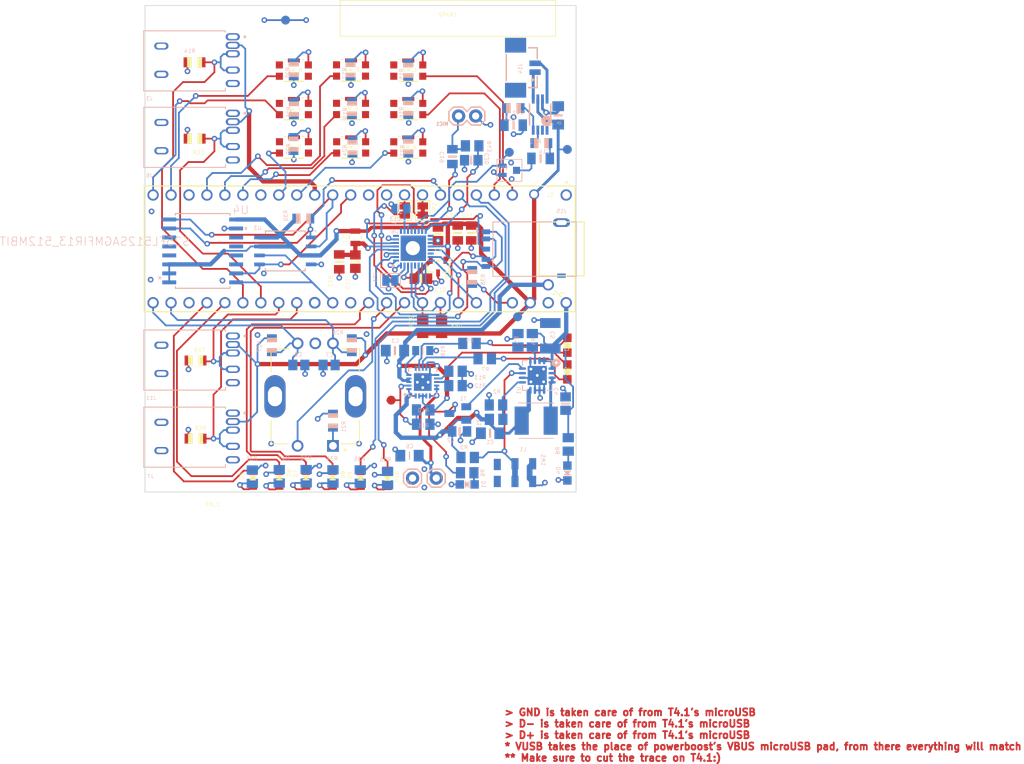
<source format=kicad_pcb>
(kicad_pcb (version 20221018) (generator pcbnew)
  (layers (0 "F.Cu" signal) (1 "In1.Cu" signal) (2 "In2.Cu" signal) (31 "B.Cu" signal) (34 "B.Paste" user) (35 "F.Paste" user) (36 "B.SilkS" user "B.Silkscreen") (37 "F.SilkS" user "F.Silkscreen") (38 "B.Mask" user) (39 "F.Mask" user) (44 "Edge.Cuts" user))
  (net 0 "")
  (net 1 "V_Batt")
  (net 2 "VBUS")
  (net 3 "VLIPO")
  (net 4 "/optAPin")
  (net 5 "/optBPin")
  (net 6 "Net-(U6-VAG)")
  (net 7 "Net-(C14-Pad1)")
  (net 8 "Net-(VR1-S)")
  (net 9 "Net-(C15-Pad1)")
  (net 10 "/VDDA")
  (net 11 "Net-(EN_1-Pad1)")
  (net 12 "/pushRotaryPin")
  (net 16 "/trackPin_3")
  (net 17 "/trackPin_4")
  (net 18 "/trackLEDPin_3")
  (net 19 "/trackLEDPin_4")
  (net 20 "/Pin6")
  (net 21 "/Pin7")
  (net 22 "/Pin8")
  (net 25 "/Pin11")
  (net 26 "/Pin12")
  (net 27 "/Pin13")
  (net 29 "/trackLEDPin_2")
  (net 30 "/trackLEDPin_1")
  (net 31 "/SDA")
  (net 32 "/SCL")
  (net 33 "/Pin20")
  (net 34 "/Pin21")
  (net 35 "/Pin23")
  (net 36 "/undoPin")
  (net 37 "/ECHOPin")
  (net 39 "/clockTrigPin")
  (net 40 "/trackPin_2")
  (net 41 "/trackPin_1")
  (net 43 "/startPin")
  (net 44 "/RECPin")
  (net 46 "/ RECLEDPin")
  (net 47 "/PLAYledPin")
  (net 48 "/ FSRpin_1_A14")
  (net 49 "/ FSRpin_2_A15")
  (net 50 "/ FSRpin_3_A16")
  (net 51 "/ FSRpin_4_A17")
  (net 52 "GND")
  (net 61 "/Sig")
  (net 64 "Net-(U6-HP_VGND)")
  (net 65 "Net-(U6-HP_R)")
  (net 66 "Net-(U6-HP_L)")
  (net 67 "/SPKR+")
  (net 68 "/SPKR-")
  (net 69 "Net-(U6-I2S_DOUT)")
  (net 70 "Net-(U6-I2S_DIN)")
  (net 71 "Net-(U6-CTRL_ADR0_CS)")
  (net 72 "Net-(L1-Pad2)")
  (net 73 "Net-(U1-LBI)")
  (net 74 "/ENABLE")
  (net 75 "Net-(U1-FB)")
  (net 76 "Net-(R6-Pad1)")
  (net 77 "Net-(D1-PadA)")
  (net 78 "Net-(D2-PadC)")
  (net 79 "Net-(U2-STAT1{slash}LBO)")
  (net 80 "Net-(D3-PadC)")
  (net 81 "Net-(U2-STAT2)")
  (net 82 "/VPCC(TP)")
  (net 83 "Net-(U2-PROG1)")
  (net 84 "Net-(U2-PROG3)")
  (net 85 "Net-(R15-Pad2)")
  (net 86 "Net-(R16-Pad2)")
  (net 87 "Net-(R17-Pad2)")
  (net 88 "Net-(U2-THERM)")
  (net 89 "Net-(R19-Pad2)")
  (net 90 "Net-(R20-Pad2)")
  (net 91 "Net-(R22-Pad2)")
  (net 92 "Net-(R24-Pad2)")
  (net 93 "Net-(R25-Pad2)")
  (net 94 "Net-(R26-Pad2)")
  (net 95 "Net-(U6-SYS_MCLK)")
  (net 96 "Net-(U7-IN_P)")
  (net 97 "Net-(U7-IN_N)")
  (net 98 "/LBO")
  (net 137 "Net-(D5-PadC)")
  (net 138 "Net-(D4-PadA)")
  (net 139 "+3V3")
  (net 140 "+1V8")
  (net 141 "Net-(D6-PadC)")
  (net 142 "Net-(D7-PadC)")
  (net 143 "Net-(D8-PadC)")
  (net 144 "Net-(D9-PadC)")
  (net 145 "Net-(D10-PadC)")
  (net 146 "+5V")
  (net 155 "Net-(U6-MIC)")
  (net 156 "Net-(C19-Pad2)")
  (net 157 "Net-(U6-MIC_BIAS)")
  (footprint "WDM_Components:XDCR_PEC11R-4215F-S0024" (layer "F.Cu") (at 110.53 100.45 180)
    (fp_text reference "EN_1")
    (fp_text value "PEC11R-4215F-S0024" hide)
  )
  (footprint "WDM_Components:PushButton_KMR211_G_LFS_CNK" (layer "F.Cu") (at 115.586353 62.345542)
    (fp_text reference "SW_4")
    (fp_text value "KMR211GLFS" hide)
  )
  (footprint "T41_Colby:Teensy4.1_Colby(Footprint)" (layer "F.Cu") (at 146.014424 71.974014 -90)
    (fp_text reference "J2")
    (fp_text value "T4.1" hide)
  )
  (footprint "WDM_Components:PushButton_KMR211_G_LFS_CNK" (layer "F.Cu") (at 107.500885 56.920833)
    (fp_text reference "SW_8")
    (fp_text value "KMR211GLFS" hide)
  )
  (footprint "WDM_Components:AP7313-18SAG-7" (layer "F.Cu") (at 127.892685 82.100829 180)
    (fp_text reference "U5")
    (fp_text value "AP7313-18SAG-7" hide)
  )
  (footprint "WDM_Components:RES_2.2K_0805" (layer "F.Cu") (at 125.722212 90.606007 -90)
    (fp_text reference "R39")
    (fp_text value "2.2K" hide)
  )
  (footprint "WDM_Components:CHIPLED_0805_NOOUTLINE" (layer "F.Cu") (at 116.9416 112.0308 180)
    (fp_text reference "D9")
    (fp_text value "YELLOW")
  )
  (footprint "WDM_Components:RES_10K_R0805" (layer "F.Cu") (at 93.456 53.213 180)
    (fp_text reference "R14")
    (fp_text value "10K" hide)
  )
  (footprint "WDM_Components:CHIPLED_0805_NOOUTLINE" (layer "F.Cu") (at 105.4354 112.0054 180)
    (fp_text reference "D6")
    (fp_text value "GREEN")
  )
  (footprint "WDM_Components:RES_2.2K_0805" (layer "F.Cu") (at 128.389212 90.606007 -90)
    (fp_text reference "R40")
    (fp_text value "2.2K" hide)
  )
  (footprint "WDM_Components:TestPoint_PAD.03X.05" (layer "F.Cu") (at 121.2596 100.9904)
    (fp_text reference "TP2" hide)
    (fp_text value "VPCC(TP)" hide)
  )
  (footprint "WDM_Components:CHIPLED_0805_NOOUTLINE" (layer "F.Cu") (at 101.7016 112.0054 180)
    (fp_text reference "D5")
    (fp_text value "RED")
  )
  (footprint "WDM_Components:CHIPLED_0805_NOOUTLINE" (layer "F.Cu") (at 109.217365 112.000284 180)
    (fp_text reference "D7")
    (fp_text value "YELLOW")
  )
  (footprint "WDM_Components:CHIPLED_0805_NOOUTLINE" (layer "F.Cu") (at 146.177 96.994 180)
    (fp_text reference "D2")
    (fp_text value "ORANGE")
  )
  (footprint "WDM_Components:PushButton_KMR211_G_LFS_CNK" (layer "F.Cu") (at 107.515546 67.781835)
    (fp_text reference "SW_5")
    (fp_text value "KMR211GLFS" hide)
  )
  (footprint "WDM_Components:PushButton_KMR211_G_LFS_CNK" (layer "F.Cu") (at 115.601745 67.784508)
    (fp_text reference "SW_7")
    (fp_text value "KMR211GLFS" hide)
  )
  (footprint "Jumper:SolderJumper-2_P1.3mm_Bridged_Pad1.0x1.5mm" (layer "F.Cu") (at 123.19 74.168 -90)
    (fp_text reference "JP1")
    (fp_text value "JUMPER-SMT_2_NC_TRACE_SILK" hide)
  )
  (footprint "WDM_Components:PushButton_KMR211_G_LFS_CNK" (layer "F.Cu") (at 107.506547 62.356433)
    (fp_text reference "SW_9")
    (fp_text value "KMR211GLFS" hide)
  )
  (footprint "WDM_Components:IND_2012_TDK-L" (layer "F.Cu") (at 116.197212 77.954207 90)
    (fp_text reference "L2")
    (fp_text value "600 OHM, MPZ2012S601AT000" hide)
  )
  (footprint "WDM_Components:C_0.1uF_0805_10MGAP" (layer "F.Cu") (at 132.588 77.343 -90)
    (fp_text reference "C11")
    (fp_text value "0.1 uF" hide)
  )
  (footprint "WDM_Components:PushButton_KMR211_G_LFS_CNK" (layer "F.Cu") (at 115.586401 56.906161)
    (fp_text reference "SW_3")
    (fp_text value "KMR211GLFS" hide)
  )
  (footprint "WDM_Components:C_2.2uF_0805-NO" (layer "F.Cu") (at 116.197212 81.396007 -90)
    (fp_text reference "C17")
    (fp_text value "2.2 uF" hide)
  )
  (footprint "WDM_Components:PushButton_KMR211_G_LFS_CNK" (layer "F.Cu") (at 123.678945 62.356433)
    (fp_text reference "SW_2")
    (fp_text value "KMR211GLFS" hide)
  )
  (footprint "Jumper:SolderJumper-2_P1.3mm_Bridged_Pad1.0x1.5mm" (layer "F.Cu") (at 125.73 74.168 -90)
    (fp_text reference "JP2")
    (fp_text value "JUMPER-SMT_2_NC_TRACE_SILK" hide)
  )
  (footprint "WDM_Components:CHIPLED_0805_NOOUTLINE" (layer "F.Cu") (at 146.177 93.218)
    (fp_text reference "D3")
    (fp_text value "GREEN")
  )
  (footprint "WDM_Components:C_0.1uF_0805_10MGAP" (layer "F.Cu") (at 113.919 81.430007 -90)
    (fp_text reference "C18")
    (fp_text value "0.1 uF" hide)
  )
  (footprint "WDM_Components:PushButton_KMR211_G_LFS_CNK" (layer "F.Cu") (at 123.678945 67.792033)
    (fp_text reference "SW_6")
    (fp_text value "KMR211GLFS" hide)
  )
  (footprint "WDM_Components:AdafruitStemmaSpeaker_3923" (layer "F.Cu") (at 129.286 46.99)
    (fp_text reference "SPKR1")
    (fp_text value "~")
  )
  (footprint "WDM_Components:CHIPLED_0805_NOOUTLINE" (layer "F.Cu") (at 112.9792 112.0054 180)
    (fp_text reference "D8")
    (fp_text value "BLUE")
  )
  (footprint "WDM_Components:RES_10K_R0805" (layer "F.Cu") (at 93.599 95.377 180)
    (fp_text reference "R37")
    (fp_text value "10K" hide)
  )
  (footprint "WDM_Components:RES_10K_R0805" (layer "F.Cu") (at 93.599 106.426 180)
    (fp_text reference "R29")
    (fp_text value "10K" hide)
  )
  (footprint "WDM_Components:PushButton_KMR211_G_LFS_CNK" (layer "F.Cu") (at 123.678945 56.920833)
    (fp_text reference "SW_1")
    (fp_text value "KMR211GLFS" hide)
  )
  (footprint "WDM_Components:C_2.2uF_0805-NO" (layer "F.Cu") (at 125.468212 83.809007)
    (fp_text reference "C12")
    (fp_text value "2.2 uF" hide)
  )
  (footprint "WDM_Components:RES_10K_R0805" (layer "F.Cu") (at 93.472 64.008 180)
    (fp_text reference "R23")
    (fp_text value "10K" hide)
  )
  (footprint "WDM_Components:CHIPLED_0805_NOOUTLINE" (layer "F.Cu") (at 120.7516 112.0562 180)
    (fp_text reference "D10")
    (fp_text value "BLUE")
  )
  (footprint "WDM_Components:C_0.1uF_0805_10MGAP" (layer "F.Cu") (at 130.675212 77.343 -90)
    (fp_text reference "C10")
    (fp_text value "0.1 uF" hide)
  )
  (footprint "WDM_Components:C_2.2uF_0805-NO" (layer "F.Cu") (at 127.881212 77.47 -90)
    (fp_text reference "C9")
    (fp_text value "2.2 uF" hide)
  )
  (footprint "WDM_Components:RES_10K_R0805" (layer "B.Cu") (at 107.442 64.77 90)
    (fp_text reference "R20")
    (fp_text value "10K" hide)
  )
  (footprint "WDM_Components:C_2.2uF_0805-NO" (layer "B.Cu") (at 145.923 101.473 90)
    (fp_text reference "C4")
    (fp_text value "2.2 uF" hide)
  )
  (footprint "WDM_Components:RES_10K_R0805" (layer "B.Cu") (at 115.786947 65.239234 90)
    (fp_text reference "R24")
    (fp_text value "10K" hide)
  )
  (footprint "WDM_Components:C_10uF_0805-NO" (layer "B.Cu") (at 144.88 60.716 90)
    (fp_text reference "C16")
    (fp_text value "10 uF" hide)
  )
  (footprint "WDM_Components:W25Q128JVSIQ" (layer "B.Cu") (at 106.29265 79.883 180)
    (fp_text reference "U3")
    (fp_text value "W25Q128JVSIQ" hide)
  )
  (footprint "WDM_Components:RES_10K_R0805" (layer "B.Cu") (at 123.678945 54.336287 90)
    (fp_text reference "R15")
    (fp_text value "10K" hide)
  )
  (footprint "WDM_Components:MMUN2133LT1G_SC59-BEC" (layer "B.Cu") (at 130.683 102.87 -90)
    (fp_text reference "T1")
    (fp_text value "MMUN2133LT1G" hide)
  )
  (footprint "WDM_Components:RES_2.2K_0805" (layer "B.Cu") (at 132.715 65.024 180)
    (fp_text reference "R43")
    (fp_text value "2.2K" hide)
  )
  (footprint "WDM_Components:1X01_BatteryTerminal_HandSolder" (layer "B.Cu") (at 127.635 112.014 90)
    (fp_text reference "J4")
    (fp_text value "~" hide)
  )
  (footprint "WDM_Components:QFN50P500X500X90-33N" (layer "B.Cu") (at 124.396424 79.504014)
    (fp_text reference "U6")
    (fp_text value "SGTL5000XNBA3R2" hide)
  )
  (footprint "WDM_Components:RES_2.2K_0805" (layer "B.Cu") (at 109.242765 111.746284 90)
    (fp_text reference "R33")
    (fp_text value "2.2K" hide)
  )
  (footprint "WDM_Components:RES_2.2K_0805" (layer "B.Cu") (at 120.7516 112.014 90)
    (fp_text reference "R36")
    (fp_text value "2.2K" hide)
  )
  (footprint "WDM_Components:CHIPLED_0805_NOOUTLINE" (layer "B.Cu") (at 146.177 111.286)
    (fp_text reference "D4")
    (fp_text value "BLUE")
  )
  (footprint "WDM_Components:RES_10K_R0805" (layer "B.Cu") (at 107.482887 54.215832 90)
    (fp_text reference "R25")
    (fp_text value "10K" hide)
  )
  (footprint "WDM_Components:RES_10K_R0805" (layer "B.Cu") (at 107.506547 59.821433 90)
    (fp_text reference "R26")
    (fp_text value "10K" hide)
  )
  (footprint "WDM_Components:53398-0271" (layer "B.Cu") (at 140.335 53.975 -90)
    (fp_text reference "J14")
    (fp_text value "CONN HEADER SMD R/A 2POS 1.25MM" hide)
  )
  (footprint "WDM_Components:C_10uF_0805-NO" (layer "B.Cu") (at 135.255 105.664 180)
    (fp_text reference "C1")
    (fp_text value "10 uF" hide)
  )
  (footprint "WDM_Components:RES_100K_0805" (layer "B.Cu") (at 130.363 96.901)
    (fp_text reference "R13")
    (fp_text value "100K" hide)
  )
  (footprint "WDM_Components:C_0.1uF_0805_10MGAP" (layer "B.Cu") (at 130.937 105.41)
    (fp_text reference "C2")
    (fp_text value "0.1 uF" hide)
  )
  (footprint "WDM_Components:MSOP8_0.65MM" (layer "B.Cu") (at 142.327 60.602 180)
    (fp_text reference "U7")
    (fp_text value "PAM8302AASCR" hide)
  )
  (footprint "WDM_Components:C_100nF_0805" (layer "B.Cu") (at 112.483 96.012)
    (fp_text reference "C7")
    (fp_text value "100 nF" hide)
  )
  (footprint "WDM_Components:TestPoint_PAD.03X.05" (layer "B.Cu") (at 146.177 65.532 180)
    (fp_text reference "TP7" hide)
    (fp_text value "+3V3" hide)
  )
  (footprint "WDM_Components:TestPoint_PAD.03X.05" (layer "B.Cu") (at 137.9728 65.9384 180)
    (fp_text reference "TP6" hide)
    (fp_text value "SIG(TP)" hide)
  )
  (footprint "WDM_Components:RES_2.2K_0805" (layer "B.Cu") (at 113.03 111.7768 90)
    (fp_text reference "R34")
    (fp_text value "2.2K" hide)
  )
  (footprint "WDM_Components:C_100nF_0805" (layer "B.Cu") (at 108.204 96.012 180)
    (fp_text reference "C8")
    (fp_text value "100 nF" hide)
  )
  (footprint "WDM_Components:RES_100R_R0805" (layer "B.Cu") (at 142.494 64.643 180)
    (fp_text reference "R41")
    (fp_text value "100R" hide)
  )
  (footprint "WDM_Components:RES_10K_R0805" (layer "B.Cu") (at 104.394 93.218 -90)
    (fp_text reference "R27")
    (fp_text value "10K" hide)
  )
  (footprint "WDM_Components:RES_2.2K_0805" (layer "B.Cu") (at 105.4354 111.7514 90)
    (fp_text reference "R32")
    (fp_text value "2.2K" hide)
  )
  (footprint "WDM_Components:RES_10K_R0805" (layer "B.Cu") (at 108.839 75.311 180)
    (fp_text reference "R30")
    (fp_text value "10K" hide)
  )
  (footprint "WDM_Components:TestPoint_PAD.03X.05" (layer "B.Cu") (at 106.3244 47.244 180)
    (fp_text reference "TP5" hide)
    (fp_text value "GND(TP)")
  )
  (footprint "WDM_Components:CUI_SJ-3541AS-SMT-TR-67" (layer "B.Cu") (at 147.447 79.629 180)
    (fp_text reference "J15")
    (fp_text value "SJ-3541AS-SMT-TR-67" hide)
  )
  (footprint "WDM_Components:RES_1.87M_0805" (layer "B.Cu") (at 136.106 103.702)
    (fp_text reference "R1")
    (fp_text value "1.87M" hide)
  )
  (footprint "WDM_Components:C_100uF_MLCC_C1210" (layer "B.Cu") (at 143.764 91.882 90)
    (fp_text reference "C5")
    (fp_text value "100 uF" hide)
  )
  (footprint "WDM_Components:RES_10K_R0805" (layer "B.Cu") (at 123.678945 59.689433 90)
    (fp_text reference "R16")
    (fp_text value "10K" hide)
  )
  (footprint "WDM_Components:RES_10K_R0805" (layer "B.Cu") (at 123.678945 65.125033 90)
    (fp_text reference "R22")
    (fp_text value "10K" hide)
  )
  (footprint "WDM_Components:RES_10K_R0805" (layer "B.Cu") (at 115.697 93.218 -90)
    (fp_text reference "R28")
    (fp_text value "10K" hide)
  )
  (footprint "WDM_Components:RES_10K_R0805" (layer "B.Cu") (at 115.5192 54.2704 90)
    (fp_text reference "R17")
    (fp_text value "10K" hide)
  )
  (footprint "WDM_Components:CUI_SJ-3542AS-SMT-TR-67" (layer "B.Cu") (at 86.273 95.318)
    (fp_text reference "J11")
    (fp_text value "SJ-3542AS-SMT-TR-67" hide)
  )
  (footprint "WDM_Components:C_0.15uF_0805" (layer "B.Cu") (at 122.625212 73.903007 180)
    (fp_text reference "C13")
    (fp_text value "0.15 uF" hide)
  )
  (footprint "FullBoard_TeensySynth_PrajwalM_Alt2:SO3016_SPA-M" (layer "B.Cu") (at 94.60865 79.883)
    (fp_text reference "U4")
    (fp_text value "S25FL512SAGMFIR13_512MBIT")
  )
  (footprint "WDM_Components:RES_10K_R0805" (layer "B.Cu") (at 113.03 103.886 90)
    (fp_text reference "R21")
    (fp_text value "10K" hide)
  )
  (footprint "WDM_Components:RES_100R_R0805" (layer "B.Cu") (at 132.715 83.566 90)
    (fp_text reference "R38")
    (fp_text value "100R" hide)
  )
  (footprint "WDM_Components:C_10uF_0805-NO" (layer "B.Cu") (at 123.855 108.839 180)
    (fp_text reference "C6")
    (fp_text value "10 uF" hide)
  )
  (footprint "WDM_Components:1X02_TH_" (layer "B.Cu") (at 130.698445 60.807729)
    (fp_text reference "MIC1")
    (fp_text value "POM-5046P-C3310-R")
  )
  (footprint "WDM_Components:RES_2.2K_0805" (layer "B.Cu") (at 116.8908 111.792 90)
    (fp_text reference "R35")
    (fp_text value "2.2K" hide)
  )
  (footprint "WDM_Components:RES_340K_0805" (layer "B.Cu") (at 136.083 101.67 180)
    (fp_text reference "R2")
    (fp_text value "340K" hide)
  )
  (footprint "WDM_Components:RES_2.2K_0805" (layer "B.Cu") (at 101.6254 111.8108 90)
    (fp_text reference "R31")
    (fp_text value "2.2K" hide)
  )
  (footprint "WDM_Components:RES_100K_0805" (layer "B.Cu") (at 125.796 104.394)
    (fp_text reference "R11")
    (fp_text value "100K" hide)
  )
  (footprint "WDM_Components:RES_1K_0805" (layer "B.Cu") (at 146.304 107.249 -90)
    (fp_text reference "R8")
    (fp_text value "1K" hide)
  )
  (footprint "WDM_Components:RES_1K_0805" (layer "B.Cu") (at 134.493 95.123 180)
    (fp_text reference "R7")
    (fp_text value "1K" hide)
  )
  (footprint "WDM_Components:RES_1K_0805" (layer "B.Cu") (at 130.363 98.933)
    (fp_text reference "R12")
    (fp_text value "1K" hide)
  )
  (footprint "WDM_Components:RES_1K_0805" (layer "B.Cu") (at 132.334 92.964 180)
    (fp_text reference "R9")
    (fp_text value "1K" hide)
  )
  (footprint "WDM_Components:C_2.2uF_0805-NO" (layer "B.Cu") (at 132.588 67.056 180)
    (fp_text reference "C20")
    (fp_text value "2.2 uF" hide)
  )
  (footprint "WDM_Components:TPS61090RSAR_PVQFN-16" (layer "B.Cu") (at 141.918 97.495 180)
    (fp_text reference "U1")
    (fp_text value "TPS61090RSAR" hide)
  )
  (footprint "WDM_Components:1X01_BatteryTerminal_HandSolder" (layer "B.Cu") (at 124.2822 112.014 90)
    (fp_text reference "J5")
    (fp_text value "~" hide)
  )
  (footprint "WDM_Components:C_10uF_0805-NO" (layer "B.Cu") (at 121.793 93.98)
    (fp_text reference "C3")
    (fp_text value "10 uF" hide)
  )
  (footprint "WDM_Components:C_1uF_0805" (layer "B.Cu") (at 138.573 62.103)
    (fp_text reference "C15")
    (fp_text value "1 uF" hide)
  )
  (footprint "WDM_Components:RES_1K_0805" (layer "B.Cu") (at 132.014 111.252)
    (fp_text reference "R6")
    (fp_text value "1K" hide)
  )
  (footprint "WDM_Components:CUI_SJ-3542AS-SMT-TR-67" (layer "B.Cu") (at 86.273 63.822)
    (fp_text reference "J6")
    (fp_text value "SJ-3542AS-SMT-TR-67" hide)
  )
  (footprint "WDM_Components:Thermo_15K_0805-NO" (layer "B.Cu") (at 125.73 93.98)
    (fp_text reference "R18")
    (fp_text value "15K" hide)
  )
  (footprint "Jumper:SolderJumper-2_P1.3mm_Bridged_Pad1.0x1.5mm" (layer "B.Cu") (at 121.150212 84.063007)
    (fp_text reference "JP3")
    (fp_text value "JUMPER-SMT_2_NC_TRACE_SILK" hide)
  )
  (footprint "WDM_Components:CUI_SJ-3542AS-SMT-TR-67" (layer "B.Cu") (at 86.2585 53.00775)
    (fp_text reference "J3")
    (fp_text value "SJ-3542AS-SMT-TR-67" hide)
  )
  (footprint "WDM_Components:C_0.1uF_0805_10MGAP" (layer "B.Cu") (at 129.921 66.548 90)
    (fp_text reference "C19")
    (fp_text value "0.1 uF" hide)
  )
  (footprint "WDM_Components:TRIMPOT_BOURNS_TC42_2mm_SMD" (layer "B.Cu") (at 138.19273 68.49229 90)
    (fp_text reference "VR1")
    (fp_text value "10K_TC42_Trimpot" hide)
  )
  (footprint "WDM_Components:VLS5045EX330M" (layer "B.Cu") (at 141.768 103.886)
    (fp_text reference "L1")
    (fp_text value "6.8uH, VLS5045EX-6R8M-H" hide)
  )
  (footprint "WDM_Components:RES_10K_R0805" (layer "B.Cu") (at 115.713353 59.751262 90)
    (fp_text reference "R19")
    (fp_text value "10K" hide)
  )
  (footprint "WDM_Components:RES_100R_R0805" (layer "B.Cu") (at 138.573 59.69)
    (fp_text reference "R42")
    (fp_text value "100R" hide)
  )
  (footprint "WDM_Components:RES_1.87M_0805" (layer "B.Cu") (at 141.224 92.517 -90)
    (fp_text reference "R4")
    (fp_text value "1.87M" hide)
  )
  (footprint "WDM_Components:RES_200K_0805" (layer "B.Cu") (at 132.08 109.093)
    (fp_text reference "R3")
    (fp_text value "200K" hide)
  )
  (footprint "WDM_Components:MCP73871_QFN20_4MM" (layer "B.Cu") (at 125.73 98.425)
    (fp_text reference "U2")
    (fp_text value "MCP73871" hide)
  )
  (footprint "WDM_Components:C_1uF_0805" (layer "B.Cu") (at 142.397 66.802 180)
    (fp_text reference "C14")
    (fp_text value "1 uF" hide)
  )
  (footprint "WDM_Components:CUI_SJ-3542AS-SMT-TR-67" (layer "B.Cu") (at 86.273 106.22075)
    (fp_text reference "J7")
    (fp_text value "SJ-3542AS-SMT-TR-67" hide)
  )
  (footprint "WDM_Components:RES_270K_0805" (layer "B.Cu") (at 125.796 102.362 180)
    (fp_text reference "R10")
    (fp_text value "270K" hide)
  )
  (footprint "WDM_Components:JS202011JAQN" (layer "B.Cu") (at 136.271 112.482)
    (fp_text reference "SW1")
    (fp_text value "JS202011JAQN Slide Switch DPDT Surface Mount, Right Angle" hide)
  )
  (footprint "WDM_Components:RES_200K_0805" (layer "B.Cu") (at 139.192 92.517 90)
    (fp_text reference "R5")
    (fp_text value "200K" hide)
  )
  (footprint "WDM_Components:TestPoint_PAD.03X.05" (layer "B.Cu") (at 139.1412 89.2048 180)
    (fp_text reference "TP4" hide)
    (fp_text value "+3v3(TP)" hide)
  )
  (footprint "WDM_Components:CHIPLED_0805_NOOUTLINE" (layer "B.Cu") (at 132.014 112.903 -90)
    (fp_text reference "D1")
    (fp_text value "RED")
  )
  (gr_line (start 86.451424 113.975014) (end 147.411424 113.975014) (stroke (width 0.1)) (layer "Edge.Cuts"))
  (gr_line (start 86.451424 113.975014) (end 86.451424 45.177014) (stroke (width 0.1)) (layer "Edge.Cuts"))
  (gr_line (start 86.451424 45.177014) (end 147.411424 45.177014) (stroke (width 0.1)) (layer "Edge.Cuts"))
  (gr_line (start 147.411424 113.975014) (end 147.411424 45.177014) (stroke (width 0.1)) (layer "Edge.Cuts"))
  (gr_text "> GND is taken care of from T4.1's microUSB\n> D- is taken care of from T4.1's microUSB\n> D+ is taken care of from T4.1's microUSB\n* VUSB takes the place of powerboost's VBUS microUSB pad, from there everything will match\n** Make sure to cut the trace on T4.1:)\n" (at 137.16 152.146) (layer "F.Cu") (effects (font (size 1 1) (thickness 0.25) bold) (justify left bottom)))
  (segment (start 133.35 102.743) (end 133.223 102.743) (width 0.25) (layer "F.Cu") (net 1))
  (segment (start 132.461 103.505) (end 133.35 102.743) (width 0.6096) (layer "F.Cu") (net 1))
  (segment (start 130.683 103.505) (end 132.461 103.505) (width 0.6096) (layer "F.Cu") (net 1))
  (segment (start 128.27 105.918) (end 130.683 103.505) (width 0.6096) (layer "F.Cu") (net 1))
  (segment (start 128.143 105.918) (end 128.27 105.918) (width 0.25) (layer "F.Cu") (net 1))
  (via (at 128.143 105.918) (size 0.8) (drill 0.4) (layers "F.Cu" "B.Cu") (net 1))
  (via (at 133.35 102.743) (size 0.8) (drill 0.4) (layers "F.Cu" "B.Cu") (net 1))
  (segment (start 140.716 102.362) (end 140.716 100.02009) (width 0.6096) (layer "B.Cu") (net 1))
  (segment (start 136.904 105.662) (end 137.353 105.662) (width 0.25) (layer "B.Cu") (net 1))
  (segment (start 124.139 100.39) (end 124.73 100.39) (width 0.25) (layer "B.Cu") (net 1))
  (segment (start 123.952 100.203) (end 123.444 100.711) (width 0.6096) (layer "B.Cu") (net 1))
  (segment (start 128.016 105.918) (end 128.143 105.918) (width 0.6096) (layer "B.Cu") (net 1))
  (segment (start 123.952 100.203) (end 124.139 100.39) (width 0.25) (layer "B.Cu") (net 1))
  (segment (start 135.038 103.82) (end 135.156 103.702) (width 0.25) (layer "B.Cu") (net 1))
  (segment (start 137.353 105.662) (end 137.942 105.662) (width 0.4064) (layer "B.Cu") (net 1))
  (segment (start 121.92 103.124) (end 121.92 105.537) (width 0.6096) (layer "B.Cu") (net 1))
  (segment (start 123.952 100.203) (end 123.765 100.016) (width 0.25) (layer "B.Cu") (net 1))
  (segment (start 128.524 105.41) (end 129.887 105.41) (width 0.6096) (layer "B.Cu") (net 1))
  (segment (start 129.887 105.41) (end 129.887 107.408) (width 0.25) (layer "B.Cu") (net 1))
  (segment (start 139.718 103.886) (end 139.718 103.36) (width 0.25) (layer "B.Cu") (net 1))
  (segment (start 133.35 102.997) (end 133.35 102.743) (width 0.25) (layer "B.Cu") (net 1))
  (segment (start 135.156 103.702) (end 134.055 103.702) (width 0.6096) (layer "B.Cu") (net 1))
  (segment (start 139.718 103.36) (end 140.716 102.362) (width 0.6096) (layer "B.Cu") (net 1))
  (segment (start 123.444 100.711) (end 123.444 101.6) (width 0.6096) (layer "B.Cu") (net 1))
  (segment (start 137.942 105.662) (end 139.718 103.886) (width 0.4064) (layer "B.Cu") (net 1))
  (segment (start 130.495 103.82) (end 131.883 103.82) (width 0.25) (layer "B.Cu") (net 1))
  (segment (start 129.887 107.408) (end 131.13 108.651) (width 0.25) (layer "B.Cu") (net 1))
  (segment (start 128.143 105.791) (end 128.524 105.41) (width 0.6096) (layer "B.Cu") (net 1))
  (segment (start 127.635 106.299) (end 128.016 105.918) (width 0.6096) (layer "B.Cu") (net 1))
  (segment (start 123.765 100.016) (end 123.765 99.425) (width 0.25) (layer "B.Cu") (net 1))
  (segment (start 131.13 108.651) (end 131.13 109.093) (width 0.25) (layer "B.Cu") (net 1))
  (segment (start 139.718 103.886) (end 139.718 103.106) (width 0.25) (layer "B.Cu") (net 1))
  (segment (start 129.887 105.41) (end 129.887 104.428) (width 0.25) (layer "B.Cu") (net 1))
  (segment (start 122.682 106.299) (end 127.635 106.299) (width 0.6096) (layer "B.Cu") (net 1))
  (segment (start 121.92 105.537) (end 122.682 106.299) (width 0.6096) (layer "B.Cu") (net 1))
  (segment (start 135.156 103.702) (end 135.156 104.265) (width 0.25) (layer "B.Cu") (net 1))
  (segment (start 123.444 101.6) (end 121.92 103.124) (width 0.6096) (layer "B.Cu") (net 1))
  (segment (start 140.716 100.02009) (end 140.716 99.695) (width 0.6096) (layer "B.Cu") (net 1))
  (segment (start 135.156 104.265) (end 136.555 105.664) (width 0.4064) (layer "B.Cu") (net 1))
  (segment (start 134.055 103.702) (end 133.35 102.997) (width 0.6096) (layer "B.Cu") (net 1))
  (segment (start 129.887 104.428) (end 130.495 103.82) (width 0.25) (layer "B.Cu") (net 1))
  (segment (start 128.143 105.918) (end 128.143 105.791) (width 0.6096) (layer "B.Cu") (net 1))
  (segment (start 129.159 100.711) (end 129.159 97.536) (width 0.6096) (layer "F.Cu") (net 2))
  (segment (start 146.177 95.944) (end 145.982 95.944) (width 0.25) (layer "F.Cu") (net 2))
  (segment (start 144.306 94.268) (end 131.284 94.268) (width 0.25) (layer "F.Cu") (net 2))
  (segment (start 145.982 95.944) (end 144.306 94.268) (width 0.25) (layer "F.Cu") (net 2))
  (segment (start 122.424608 96.139) (end 127.762 96.139) (width 0.6096) (layer "F.Cu") (net 2))
  (segment (start 127.762 96.139) (end 128.5875 96.9645) (width 0.6096) (layer "F.Cu") (net 2))
  (segment (start 144.306 94.268) (end 146.177 94.268) (width 0.25) (layer "F.Cu") (net 2))
  (segment (start 131.284 94.268) (end 128.5875 96.9645) (width 0.25) (layer "F.Cu") (net 2))
  (segment (start 129.159 97.536) (end 128.5875 96.9645) (width 0.6096) (layer "F.Cu") (net 2))
  (via (at 122.424608 96.139) (size 0.8) (drill 0.4) (layers "F.Cu" "B.Cu") (net 2))
  (via (at 129.159 100.711) (size 0.8) (drill 0.4) (layers "F.Cu" "B.Cu") (net 2))
  (via (at 127.762 96.139) (size 0.8) (drill 0.4) (layers "F.Cu" "B.Cu") (net 2))
  (segment (start 125.73 100.39) (end 125.73 101.346) (width 0.25) (layer "B.Cu") (net 2))
  (segment (start 125.23 100.39) (end 126.23 100.39) (width 0.25) (layer "B.Cu") (net 2))
  (segment (start 122.424608 96.139) (end 122.424608 97.706017) (width 0.6096) (layer "B.Cu") (net 2))
  (segment (start 127.254 95.631) (end 126.492 95.631) (width 0.25) (layer "B.Cu") (net 2))
  (segment (start 129.159 100.711) (end 127.508 102.362) (width 0.25) (layer "B.Cu") (net 2))
  (segment (start 136.6012 88.5952) (end 136.6012 86.3346) (width 0.6096) (layer "B.Cu") (net 2))
  (segment (start 125.73 101.346) (end 126.746 102.362) (width 0.25) (layer "B.Cu") (net 2))
  (segment (start 122.424608 96.139) (end 122.174 96.139) (width 0.25) (layer "B.Cu") (net 2))
  (segment (start 134.112 91.059) (end 136.5758 88.5952) (width 0.6096) (layer "B.Cu") (net 2))
  (segment (start 126.492 95.631) (end 126.23 95.893) (width 0.25) (layer "B.Cu") (net 2))
  (segment (start 138.261786 84.674014) (end 143.474424 84.674014) (width 0.6096) (layer "B.Cu") (net 2))
  (segment (start 127.762 96.139) (end 127.254 95.631) (width 0.25) (layer "B.Cu") (net 2))
  (segment (start 122.424608 95.380392) (end 123.25 94.555) (width 0.6096) (layer "B.Cu") (net 2))
  (segment (start 122.424608 96.139) (end 122.424608 95.380392) (width 0.6096) (layer "B.Cu") (net 2))
  (segment (start 136.5758 88.5952) (end 136.6012 88.5952) (width 0.6096) (layer "B.Cu") (net 2))
  (segment (start 136.6012 86.3346) (end 138.261786 84.674014) (width 0.6096) (layer "B.Cu") (net 2))
  (segment (start 123.765 98.425) (end 123.765 97.925) (width 0.254) (layer "B.Cu") (net 2))
  (segment (start 122.919253 98.200662) (end 123.694608 98.200662) (width 0.4064) (layer "B.Cu") (net 2))
  (segment (start 126.23 95.893) (end 126.23 96.46) (width 0.25) (layer "B.Cu") (net 2))
  (segment (start 123.25 92.777) (end 124.968 91.059) (width 0.6096) (layer "B.Cu") (net 2))
  (segment (start 123.25 94.555) (end 123.25 92.777) (width 0.6096) (layer "B.Cu") (net 2))
  (segment (start 122.424608 97.706017) (end 122.919253 98.200662) (width 0.4064) (layer "B.Cu") (net 2))
  (segment (start 124.968 91.059) (end 134.112 91.059) (width 0.6096) (layer "B.Cu") (net 2))
  (segment (start 127.508 102.362) (end 126.746 102.362) (width 0.25) (layer "B.Cu") (net 2))
  (segment (start 125.349 102.676) (end 127.635 100.39) (width 0.4064) (layer "F.Cu") (net 3))
  (segment (start 126.873 109.855) (end 126.873 107.569) (width 0.4064) (layer "F.Cu") (net 3))
  (segment (start 127.635 100.39) (end 127.695 100.33) (width 0.25) (layer "F.Cu") (net 3))
  (segment (start 127.695 111.954) (end 127.635 112.014) (width 0.4064) (layer "F.Cu") (net 3))
  (segment (start 126.873 107.569) (end 125.349 106.045) (width 0.4064) (layer "F.Cu") (net 3))
  (segment (start 125.349 106.045) (end 125.349 102.676) (width 0.4064) (layer "F.Cu") (net 3))
  (via (at 126.873 109.855) (size 0.8) (drill 0.4) (layers "F.Cu" "B.Cu") (net 3))
  (via (at 127.695 100.33) (size 0.8) (drill 0.4) (layers "F.Cu" "B.Cu") (net 3))
  (segment (start 127.635 100.39) (end 126.73 100.39) (width 0.254) (layer "B.Cu") (net 3))
  (segment (start 127.695 100.33) (end 127.635 100.39) (width 0.254) (layer "B.Cu") (net 3))
  (segment (start 126.873 109.855) (end 126.171 109.855) (width 0.4064) (layer "B.Cu") (net 3))
  (segment (start 126.873 109.855) (end 126.873 111.252) (width 0.4064) (layer "B.Cu") (net 3))
  (segment (start 126.171 109.855) (end 125.155 108.839) (width 0.4064) (layer "B.Cu") (net 3))
  (segment (start 127.635 112.014) (end 126.873 111.252) (width 0.4064) (layer "B.Cu") (net 3))
  (segment (start 127.695 100.33) (end 127.695 98.925) (width 0.254) (layer "B.Cu") (net 3))
  (segment (start 90.134424 88.737424) (end 90.134424 87.214014) (width 0.25) (layer "B.Cu") (net 4))
  (segment (start 113.333 94.664) (end 113.03 94.361) (width 0.25) (layer "B.Cu") (net 4))
  (segment (start 91.059 89.662) (end 90.134424 88.737424) (width 0.25) (layer "B.Cu") (net 4))
  (segment (start 115.697 94.218) (end 114.298 94.218) (width 0.25) (layer "B.Cu") (net 4))
  (segment (start 113.03 94.361) (end 113.03 92.95) (width 0.25) (layer "B.Cu") (net 4))
  (segment (start 112.014 89.662) (end 91.059 89.662) (width 0.25) (layer "B.Cu") (net 4))
  (segment (start 113.03 92.95) (end 113.03 90.678) (width 0.25) (layer "B.Cu") (net 4))
  (segment (start 114.298 94.218) (end 113.03 92.95) (width 0.25) (layer "B.Cu") (net 4))
  (segment (start 113.333 96.012) (end 113.333 94.664) (width 0.25) (layer "B.Cu") (net 4))
  (segment (start 113.03 90.678) (end 112.014 89.662) (width 0.25) (layer "B.Cu") (net 4))
  (segment (start 108.03 92.95) (end 108.03 92.79) (width 0.25) (layer "B.Cu") (net 5))
  (segment (start 108.03 92.95) (end 106.948 92.95) (width 0.25) (layer "B.Cu") (net 5))
  (segment (start 89.408 90.424) (end 87.594424 88.610424) (width 0.25) (layer "B.Cu") (net 5))
  (segment (start 107.354 94.957) (end 108.03 94.281) (width 0.25) (layer "B.Cu") (net 5))
  (segment (start 107.354 96.012) (end 107.354 94.957) (width 0.25) (layer "B.Cu") (net 5))
  (segment (start 105.664 90.424) (end 89.408 90.424) (width 0.25) (layer "B.Cu") (net 5))
  (segment (start 108.03 92.79) (end 105.664 90.424) (width 0.25) (layer "B.Cu") (net 5))
  (segment (start 108.03 94.281) (end 108.03 92.95) (width 0.25) (layer "B.Cu") (net 5))
  (segment (start 106.948 92.95) (end 105.68 94.218) (width 0.25) (layer "B.Cu") (net 5))
  (segment (start 87.594424 88.610424) (end 87.594424 87.214014) (width 0.25) (layer "B.Cu") (net 5))
  (segment (start 105.68 94.218) (end 104.394 94.218) (width 0.25) (layer "B.Cu") (net 5))
  (segment (start 123.146424 74.221795) (end 123.465212 73.903007) (width 0.25) (layer "B.Cu") (net 6))
  (segment (start 123.146424 77.054014) (end 123.146424 74.221795) (width 0.254) (layer "B.Cu") (net 6))
  (segment (start 123.146424 73.916219) (end 123.133212 73.903007) (width 0.25) (layer "B.Cu") (net 6))
  (segment (start 143.697 66.802) (end 143.697 64.846) (width 0.25) (layer "B.Cu") (net 7))
  (segment (start 143.697 64.846) (end 143.494 64.643) (width 0.25) (layer "B.Cu") (net 7))
  (segment (start 141.097 68.199) (end 141.097 66.802) (width 0.25) (layer "B.Cu") (net 8))
  (segment (start 140.80371 68.49229) (end 141.097 68.199) (width 0.25) (layer "B.Cu") (net 8))
  (segment (start 138.99273 68.49229) (end 140.80371 68.49229) (width 0.25) (layer "B.Cu") (net 8))
  (segment (start 137.573 61.803) (end 137.273 62.103) (width 0.25) (layer "B.Cu") (net 9))
  (segment (start 137.573 59.69) (end 137.573 61.803) (width 0.254) (layer "B.Cu") (net 9))
  (segment (start 117.983 79.502) (end 117.348 78.867) (width 0.6096) (layer "F.Cu") (net 10))
  (segment (start 113.985 80.446007) (end 113.919 80.380007) (width 0.25) (layer "F.Cu") (net 10))
  (segment (start 117.311407 78.830407) (end 116.197212 78.830407) (width 0.6096) (layer "F.Cu") (net 10))
  (segment (start 117.348 78.867) (end 117.311407 78.830407) (width 0.6096) (layer "F.Cu") (net 10))
  (segment (start 116.197212 80.446007) (end 113.985 80.446007) (width 0.6096) (layer "F.Cu") (net 10))
  (segment (start 116.197212 78.830407) (end 116.197212 80.446007) (width 0.6096) (layer "F.Cu") (net 10))
  (via (at 117.983 79.502) (size 0.8) (drill 0.4) (layers "F.Cu" "B.Cu") (net 10))
  (segment (start 121.946424 79.254014) (end 118.357986 79.254014) (width 0.254) (layer "B.Cu") (net 10))
  (segment (start 118.357986 79.254014) (end 117.983 79.502) (width 0.254) (layer "B.Cu") (net 10))
  (segment (start 117.983 79.502) (end 118.11 79.502) (width 0.25) (layer "B.Cu") (net 10))
  (segment (start 113.03 107.45) (end 113.03 105.156) (width 0.25) (layer "B.Cu") (net 11))
  (segment (start 120.614424 87.690976) (end 120.614424 87.214014) (width 0.25) (layer "F.Cu") (net 12))
  (segment (start 118.7958 89.5096) (end 120.614424 87.690976) (width 0.25) (layer "F.Cu") (net 12))
  (via (at 118.7958 89.5096) (size 0.8) (drill 0.4) (layers "F.Cu" "B.Cu") (net 12))
  (segment (start 117.348 96.774) (end 115.2525 96.774) (width 0.25) (layer "B.Cu") (net 12))
  (segment (start 108.03 103.9965) (end 108.03 107.45) (width 0.25) (layer "B.Cu") (net 12))
  (segment (start 118.5926 89.7128) (end 118.5926 95.5294) (width 0.25) (layer "B.Cu") (net 12))
  (segment (start 118.5926 95.5294) (end 117.348 96.774) (width 0.25) (layer "B.Cu") (net 12))
  (segment (start 115.2525 96.774) (end 108.03 103.9965) (width 0.25) (layer "B.Cu") (net 12))
  (segment (start 118.7958 89.5096) (end 118.5926 89.7128) (width 0.25) (layer "B.Cu") (net 12))
  (segment (start 135.854424 70.495176) (end 136.6311 69.7185) (width 0.25) (layer "F.Cu") (net 16))
  (segment (start 135.854424 71.974014) (end 135.854424 70.495176) (width 0.25) (layer "F.Cu") (net 16))
  (segment (start 134.4422 57.6072) (end 129.5146 57.6072) (width 0.25) (layer "F.Cu") (net 16))
  (segment (start 136.6311 69.7185) (end 136.6311 59.7961) (width 0.25) (layer "F.Cu") (net 16))
  (segment (start 136.6311 59.7961) (end 134.4422 57.6072) (width 0.25) (layer "F.Cu") (net 16))
  (segment (start 126.505366 60.616434) (end 125.728943 60.616434) (width 0.25) (layer "F.Cu") (net 16))
  (segment (start 129.5146 57.6072) (end 126.505366 60.616434) (width 0.25) (layer "F.Cu") (net 16))
  (segment (start 133.412834 55.180834) (end 137.0711 58.8391) (width 0.25) (layer "F.Cu") (net 17))
  (segment (start 125.728943 55.180834) (end 133.412834 55.180834) (width 0.25) (layer "F.Cu") (net 17))
  (segment (start 137.0711 58.8391) (end 137.0711 69.5579) (width 0.25) (layer "F.Cu") (net 17))
  (segment (start 137.0711 69.5579) (end 138.394424 70.881224) (width 0.25) (layer "F.Cu") (net 17))
  (segment (start 138.394424 70.881224) (end 138.394424 71.974014) (width 0.25) (layer "F.Cu") (net 17))
  (segment (start 116.9416 109.3216) (end 118.6688 107.5944) (width 0.25) (layer "F.Cu") (net 18))
  (segment (start 116.9416 110.9808) (end 116.9416 109.3216) (width 0.25) (layer "F.Cu") (net 18))
  (via (at 118.6688 107.5944) (size 0.8) (drill 0.4) (layers "F.Cu" "B.Cu") (net 18))
  (segment (start 118.745 107.5182) (end 118.6688 107.5944) (width 0.25) (layer "B.Cu") (net 18))
  (segment (start 118.745 106.8324) (end 118.745 107.5182) (width 0.25) (layer "B.Cu") (net 18))
  (segment (start 118.6688 107.5944) (end 118.872 107.4166) (width 0.25) (layer "B.Cu") (net 18))
  (segment (start 134.6454 73.5838) (end 137.4312 76.3696) (width 0.25) (layer "B.Cu") (net 18))
  (segment (start 133.790746 89.869) (end 121.459 89.869) (width 0.25) (layer "B.Cu") (net 18))
  (segment (start 135.2804 85.813946) (end 135.2804 88.379346) (width 0.25) (layer "B.Cu") (net 18))
  (segment (start 130.774424 71.974014) (end 132.38421 73.5838) (width 0.25) (layer "B.Cu") (net 18))
  (segment (start 119.0326 106.5448) (end 118.745 106.8324) (width 0.25) (layer "B.Cu") (net 18))
  (segment (start 135.2804 88.379346) (end 133.790746 89.869) (width 0.25) (layer "B.Cu") (net 18))
  (segment (start 137.4312 76.3696) (end 137.4312 83.663146) (width 0.25) (layer "B.Cu") (net 18))
  (segment (start 137.4312 83.663146) (end 135.2804 85.813946) (width 0.25) (layer "B.Cu") (net 18))
  (segment (start 119.0326 92.2954) (end 119.0326 106.5448) (width 0.25) (layer "B.Cu") (net 18))
  (segment (start 132.38421 73.5838) (end 134.6454 73.5838) (width 0.25) (layer "B.Cu") (net 18))
  (segment (start 121.459 89.869) (end 119.0326 92.2954) (width 0.25) (layer "B.Cu") (net 18))
  (segment (start 120.7516 109.7026) (end 120.7516 111.0062) (width 0.25) (layer "F.Cu") (net 19))
  (segment (start 120.2182 107.315) (end 120.2182 109.1692) (width 0.25) (layer "F.Cu") (net 19))
  (segment (start 120.2182 109.1692) (end 120.7516 109.7026) (width 0.25) (layer "F.Cu") (net 19))
  (via (at 120.2182 107.315) (size 0.8) (drill 0.4) (layers "F.Cu" "B.Cu") (net 19))
  (segment (start 119.478 106.5748) (end 119.478 92.84) (width 0.25) (layer "B.Cu") (net 19))
  (segment (start 120.2182 107.315) (end 119.478 106.5748) (width 0.25) (layer "B.Cu") (net 19))
  (segment (start 133.314424 72.430624) (end 133.314424 71.974014) (width 0.25) (layer "B.Cu") (net 19))
  (segment (start 135.001 73.0758) (end 133.9596 73.0758) (width 0.25) (layer "B.Cu") (net 19))
  (segment (start 135.89 85.8266) (end 137.8712 83.8454) (width 0.25) (layer "B.Cu") (net 19))
  (segment (start 119.478 92.84) (end 121.878801 90.439199) (width 0.25) (layer "B.Cu") (net 19))
  (segment (start 137.8712 75.946) (end 135.001 73.0758) (width 0.25) (layer "B.Cu") (net 19))
  (segment (start 121.878801 90.439199) (end 133.8428 90.4392) (width 0.25) (layer "B.Cu") (net 19))
  (segment (start 135.89 88.392) (end 135.89 85.8266) (width 0.25) (layer "B.Cu") (net 19))
  (segment (start 137.8712 83.8454) (end 137.8712 75.946) (width 0.25) (layer "B.Cu") (net 19))
  (segment (start 133.9596 73.0758) (end 133.314424 72.430624) (width 0.25) (layer "B.Cu") (net 19))
  (segment (start 133.8428 90.4392) (end 135.89 88.392) (width 0.25) (layer "B.Cu") (net 19))
  (segment (start 95.25 78.867) (end 95.377 78.74) (width 0.254) (layer "F.Cu") (net 20))
  (segment (start 113.03 69.977) (end 127.254 69.977) (width 0.254) (layer "F.Cu") (net 20))
  (segment (start 107.95 78.74) (end 109.855 76.835) (width 0.254) (layer "F.Cu") (net 20))
  (segment (start 112.903 69.85) (end 113.03 69.977) (width 0.25) (layer "F.Cu") (net 20))
  (segment (start 95.377 78.74) (end 107.95 78.74) (width 0.254) (layer "F.Cu") (net 20))
  (via (at 112.903 69.85) (size 0.8) (drill 0.4) (layers "F.Cu" "B.Cu") (net 20))
  (via (at 95.25 78.867) (size 0.8) (drill 0.4) (layers "F.Cu" "B.Cu") (net 20))
  (via (at 127.254 69.977) (size 0.8) (drill 0.4) (layers "F.Cu" "B.Cu") (net 20))
  (via (at 109.855 76.835) (size 0.8) (drill 0.4) (layers "F.Cu" "B.Cu") (net 20))
  (segment (start 109.855 76.835) (end 109.839 76.851) (width 0.254) (layer "B.Cu") (net 20))
  (segment (start 111.707112 71.172888) (end 112.903 69.977) (width 0.254) (layer "B.Cu") (net 20))
  (segment (start 109.839 76.819) (end 109.855 76.835) (width 0.254) (layer "B.Cu") (net 20))
  (segment (start 127.254 69.977) (end 127.254 70.104) (width 0.254) (layer "B.Cu") (net 20))
  (segment (start 127.127 69.977) (end 127.254 69.977) (width 0.254) (layer "B.Cu") (net 20))
  (segment (start 111.707112 73.442888) (end 111.707112 71.172888) (width 0.254) (layer "B.Cu") (net 20))
  (segment (start 91.694 76.708) (end 89.8779 76.708) (width 0.254) (layer "B.Cu") (net 20))
  (segment (start 91.694 76.708) (end 92.837 76.708) (width 0.25) (layer "B.Cu") (net 20))
  (segment (start 127.127 69.977) (end 127.127 69.977) (width 0.254) (layer "B.Cu") (net 20))
  (segment (start 92.837 76.708) (end 94.996 78.867) (width 0.25) (layer "B.Cu") (net 20))
  (segment (start 109.839 75.311) (end 109.839 76.819) (width 0.254) (layer "B.Cu") (net 20))
  (segment (start 127.254 70.104) (end 128.234424 71.084424) (width 0.254) (layer "B.Cu") (net 20))
  (segment (start 128.234424 71.084424) (end 128.234424 71.974014) (width 0.254) (layer "B.Cu") (net 20))
  (segment (start 109.839 75.311) (end 111.707112 73.442888) (width 0.254) (layer "B.Cu") (net 20))
  (segment (start 94.996 78.867) (end 95.25 78.867) (width 0.25) (layer "B.Cu") (net 20))
  (segment (start 109.839 76.851) (end 109.839 77.86675) (width 0.254) (layer "B.Cu") (net 20))
  (segment (start 109.839 77.86675) (end 109.95025 77.978) (width 0.254) (layer "B.Cu") (net 20))
  (segment (start 112.903 69.977) (end 112.903 69.85) (width 0.254) (layer "B.Cu") (net 20))
  (segment (start 125.694424 73.225219) (end 125.722212 73.253007) (width 0.25) (layer "F.Cu") (net 21))
  (segment (start 125.694424 71.974014) (end 125.694424 73.225219) (width 0.25) (layer "F.Cu") (net 21))
  (segment (start 123.154424 73.240219) (end 123.182212 73.268007) (width 0.25) (layer "F.Cu") (net 22))
  (segment (start 123.154424 71.974014) (end 123.154424 73.240219) (width 0.25) (layer "F.Cu") (net 22))
  (segment (start 114.173 73.335438) (end 115.534424 71.974014) (width 0.254) (layer "F.Cu") (net 25))
  (segment (start 106.851808 81.788) (end 114.173 74.466808) (width 0.254) (layer "F.Cu") (net 25))
  (segment (start 114.173 74.466808) (end 114.173 73.335438) (width 0.254) (layer "F.Cu") (net 25))
  (segment (start 105.664 81.788) (end 106.851808 81.788) (width 0.254) (layer "F.Cu") (net 25))
  (via (at 105.664 81.788) (size 0.8) (drill 0.4) (layers "F.Cu" "B.Cu") (net 25))
  (segment (start 102.63505 82.40395) (end 102.63505 81.788) (width 0.254) (layer "B.Cu") (net 25))
  (segment (start 102.63505 81.788) (end 105.664 81.788) (width 0.254) (layer "B.Cu") (net 25))
  (segment (start 101.981 83.058) (end 102.63505 82.40395) (width 0.254) (layer "B.Cu") (net 25))
  (segment (start 99.3394 83.058) (end 101.981 83.058) (width 0.254) (layer "B.Cu") (net 25))
  (segment (start 95.885 77.597) (end 107.315 77.597) (width 0.254) (layer "F.Cu") (net 26))
  (segment (start 107.371438 77.597) (end 112.994424 71.974014) (width 0.254) (layer "F.Cu") (net 26))
  (segment (start 107.315 77.597) (end 107.371438 77.597) (width 0.25) (layer "F.Cu") (net 26))
  (via (at 95.885 77.597) (size 0.8) (drill 0.4) (layers "F.Cu" "B.Cu") (net 26))
  (segment (start 112.141 78.232) (end 112.141 74.549) (width 0.254) (layer "B.Cu") (net 26))
  (segment (start 112.141 74.549) (end 112.9665 73.7235) (width 0.254) (layer "B.Cu") (net 26))
  (segment (start 91.059 75.438) (end 92.837 75.438) (width 0.25) (layer "B.Cu") (net 26))
  (segment (start 109.95025 79.248) (end 111.125 79.248) (width 0.254) (layer "B.Cu") (net 26))
  (segment (start 112.9665 72.001938) (end 112.994424 71.974014) (width 0.254) (layer "B.Cu") (net 26))
  (segment (start 111.125 79.248) (end 112.141 78.232) (width 0.254) (layer "B.Cu") (net 26))
  (segment (start 92.837 75.438) (end 94.996 77.597) (width 0.25) (layer "B.Cu") (net 26))
  (segment (start 94.996 77.597) (end 95.885 77.597) (width 0.25) (layer "B.Cu") (net 26))
  (segment (start 112.9665 73.7235) (end 112.9665 72.001938) (width 0.254) (layer "B.Cu") (net 26))
  (segment (start 91.059 75.438) (end 89.8779 75.438) (width 0.254) (layer "B.Cu") (net 26))
  (segment (start 106.29841 80.518) (end 110.680205 84.899795) (width 0.254) (layer "B.Cu") (net 27))
  (segment (start 110.680205 84.899795) (end 112.994424 87.214014) (width 0.254) (layer "B.Cu") (net 27))
  (segment (start 99.3394 84.328) (end 110.10841 84.328) (width 0.254) (layer "B.Cu") (net 27))
  (segment (start 102.63505 80.518) (end 106.29841 80.518) (width 0.254) (layer "B.Cu") (net 27))
  (segment (start 110.10841 84.328) (end 110.680205 84.899795) (width 0.254) (layer "B.Cu") (net 27))
  (segment (start 101.9048 90.7542) (end 101.3968 91.2622) (width 0.25) (layer "F.Cu") (net 29))
  (segment (start 106.2228 108.9324) (end 111.955 108.9324) (width 0.25) (layer "F.Cu") (net 29))
  (segment (start 119.614238 90.7542) (end 101.9048 90.7542) (width 0.25) (layer "F.Cu") (net 29))
  (segment (start 123.154424 87.214014) (end 119.614238 90.7542) (width 0.25) (layer "F.Cu") (net 29))
  (segment (start 101.530127 108.273873) (end 105.564273 108.273873) (width 0.25) (layer "F.Cu") (net 29))
  (segment (start 111.955 108.9324) (end 112.9792 109.9566) (width 0.25) (layer "F.Cu") (net 29))
  (segment (start 112.9792 109.9566) (end 112.9792 110.9554) (width 0.25) (layer "F.Cu") (net 29))
  (segment (start 101.3968 91.2622) (end 101.3968 108.140546) (width 0.25) (layer "F.Cu") (net 29))
  (segment (start 101.3968 108.140546) (end 101.530127 108.273873) (width 0.25) (layer "F.Cu") (net 29))
  (segment (start 105.564273 108.273873) (end 106.2228 108.9324) (width 0.25) (layer "F.Cu") (net 29))
  (segment (start 116.1034 90.2716) (end 101.5492 90.2716) (width 0.25) (layer "F.Cu") (net 30))
  (segment (start 116.84 88.448438) (end 116.84 89.535) (width 0.25) (layer "F.Cu") (net 30))
  (segment (start 101.3968 108.7628) (end 105.1814 108.7628) (width 0.25) (layer "F.Cu") (net 30))
  (segment (start 105.791 109.3724) (end 108.8136 109.3724) (width 0.25) (layer "F.Cu") (net 30))
  (segment (start 118.074424 87.214014) (end 116.84 88.448438) (width 0.25) (layer "F.Cu") (net 30))
  (segment (start 100.838 108.204) (end 101.3968 108.7628) (width 0.25) (layer "F.Cu") (net 30))
  (segment (start 108.8136 109.3724) (end 109.217365 109.776165) (width 0.25) (layer "F.Cu") (net 30))
  (segment (start 116.84 89.535) (end 116.1034 90.2716) (width 0.25) (layer "F.Cu") (net 30))
  (segment (start 100.838 90.9828) (end 100.838 108.204) (width 0.25) (layer "F.Cu") (net 30))
  (segment (start 105.1814 108.7628) (end 105.791 109.3724) (width 0.25) (layer "F.Cu") (net 30))
  (segment (start 109.217365 109.776165) (end 109.217365 110.950284) (width 0.25) (layer "F.Cu") (net 30))
  (segment (start 101.5492 90.2716) (end 100.838 90.9828) (width 0.25) (layer "F.Cu") (net 30))
  (segment (start 125.694424 87.214014) (end 125.694424 89.628219) (width 0.254) (layer "F.Cu") (net 31))
  (segment (start 125.694424 89.628219) (end 125.722212 89.656007) (width 0.25) (layer "F.Cu") (net 31))
  (segment (start 125.146424 84.257795) (end 124.706212 84.698007) (width 0.25) (layer "B.Cu") (net 31))
  (segment (start 124.706212 86.225802) (end 125.694424 87.214014) (width 0.25) (layer "B.Cu") (net 31))
  (segment (start 125.146424 81.954014) (end 125.146424 84.257795) (width 0.25) (layer "B.Cu") (net 31))
  (segment (start 124.706212 84.698007) (end 124.706212 86.225802) (width 0.25) (layer "B.Cu") (net 31))
  (segment (start 128.234424 87.214014) (end 128.234424 89.501219) (width 0.254) (layer "F.Cu") (net 32))
  (segment (start 128.234424 89.501219) (end 128.389212 89.656007) (width 0.25) (layer "F.Cu") (net 32))
  (segment (start 125.087212 88.429007) (end 127.019431 88.429007) (width 0.25) (layer "B.Cu") (net 32))
  (segment (start 124.146424 81.954014) (end 124.146424 86.297219) (width 0.25) (layer "B.Cu") (net 32))
  (segment (start 124.146424 86.297219) (end 124.452212 86.603007) (width 0.25) (layer "B.Cu") (net 32))
  (segment (start 124.452212 87.794007) (end 125.087212 88.429007) (width 0.25) (layer "B.Cu") (net 32))
  (segment (start 124.452212 86.603007) (end 124.452212 87.794007) (width 0.25) (layer "B.Cu") (net 32))
  (segment (start 127.019431 88.429007) (end 128.234424 87.214014) (width 0.25) (layer "B.Cu") (net 32))
  (segment (start 130.802212 83.301007) (end 130.774424 83.400219) (width 0.254) (layer "F.Cu") (net 33))
  (segment (start 130.774424 83.400219) (end 130.774424 83.428007) (width 0.254) (layer "F.Cu") (net 33))
  (segment (start 130.774424 87.214014) (end 130.774424 83.455795) (width 0.254) (layer "F.Cu") (net 33))
  (segment (start 130.774424 83.455795) (end 130.802212 83.301007) (width 0.254) (layer "F.Cu") (net 33))
  (via (at 130.802212 83.301007) (size 0.8) (drill 0.4) (layers "F.Cu" "B.Cu") (net 33))
  (segment (start 128.255219 80.754014) (end 126.846424 80.754014) (width 0.254) (layer "B.Cu") (net 33))
  (segment (start 130.802212 83.301007) (end 128.255219 80.754014) (width 0.254) (layer "B.Cu") (net 33))
  (segment (start 133.314424 87.214014) (end 127.354424 81.254014) (width 0.254) (layer "B.Cu") (net 34))
  (segment (start 127.354424 81.254014) (end 126.846424 81.254014) (width 0.254) (layer "B.Cu") (net 34))
  (segment (start 134.366 85.344) (end 136.236014 87.214014) (width 0.254) (layer "F.Cu") (net 35))
  (segment (start 136.236014 87.214014) (end 138.394424 87.214014) (width 0.254) (layer "F.Cu") (net 35))
  (via (at 134.366 85.344) (size 0.8) (drill 0.4) (layers "F.Cu" "B.Cu") (net 35))
  (segment (start 134.112 85.217) (end 134.366 85.344) (width 0.254) (layer "B.Cu") (net 35))
  (segment (start 133.461 84.566) (end 132.715 84.566) (width 0.254) (layer "B.Cu") (net 35))
  (segment (start 134.366 85.344) (end 133.461 84.566) (width 0.254) (layer "B.Cu") (net 35))
  (segment (start 105.465548 66.041836) (end 104.011164 66.041836) (width 0.25) (layer "F.Cu") (net 36))
  (segment (start 103.971696 66.0908) (end 103.9622 66.0908) (width 0.25) (layer "F.Cu") (net 36))
  (segment (start 104.011164 66.041836) (end 103.9622 66.0908) (width 0.25) (layer "F.Cu") (net 36))
  (via (at 103.9622 66.0908) (size 0.8) (drill 0.4) (layers "F.Cu" "B.Cu") (net 36))
  (segment (start 103.9622 66.0908) (end 103.9622 66.3194) (width 0.25) (layer "B.Cu") (net 36))
  (segment (start 103.9622 66.3194) (end 106.3244 68.6816) (width 0.25) (layer "B.Cu") (net 36))
  (segment (start 106.3244 68.6816) (end 106.3244 71.024038) (width 0.25) (layer "B.Cu") (net 36))
  (segment (start 106.3244 71.024038) (end 105.374424 71.974014) (width 0.25) (layer "B.Cu") (net 36))
  (segment (start 120.396 65.9892) (end 120.4468 66.04) (width 0.25) (layer "F.Cu") (net 37))
  (segment (start 120.396 66.04) (end 120.396 65.9892) (width 0.25) (layer "F.Cu") (net 37))
  (segment (start 121.628947 66.052034) (end 120.458834 66.052034) (width 0.25) (layer "F.Cu") (net 37))
  (segment (start 120.4468 66.04) (end 120.396 66.04) (width 0.25) (layer "F.Cu") (net 37))
  (segment (start 120.458834 66.052034) (end 120.4468 66.04) (width 0.25) (layer "F.Cu") (net 37))
  (via (at 120.396 66.04) (size 0.8) (drill 0.4) (layers "F.Cu" "B.Cu") (net 37))
  (segment (start 120.396 66.04) (end 118.3132 68.1228) (width 0.25) (layer "B.Cu") (net 37))
  (segment (start 111.9632 68.1228) (end 108.111986 71.974014) (width 0.25) (layer "B.Cu") (net 37))
  (segment (start 118.3132 68.1228) (end 111.9632 68.1228) (width 0.25) (layer "B.Cu") (net 37))
  (segment (start 108.111986 71.974014) (end 107.914424 71.974014) (width 0.25) (layer "B.Cu") (net 37))
  (segment (start 104.8459 69.0372) (end 104.7951 68.9864) (width 0.25) (layer "F.Cu") (net 39))
  (segment (start 112.847599 66.044509) (end 113.551747 66.044509) (width 0.25) (layer "F.Cu") (net 39))
  (segment (start 109.733208 69.1589) (end 112.847599 66.044509) (width 0.25) (layer "F.Cu") (net 39))
  (segment (start 104.9782 69.0372) (end 104.8459 69.0372) (width 0.25) (layer "F.Cu") (net 39))
  (segment (start 104.9782 69.0372) (end 105.0999 69.1589) (width 0.25) (layer "F.Cu") (net 39))
  (segment (start 105.0999 69.1589) (end 109.733208 69.1589) (width 0.25) (layer "F.Cu") (net 39))
  (via (at 104.9782 69.0372) (size 0.8) (drill 0.4) (layers "F.Cu" "B.Cu") (net 39))
  (segment (start 101.3714 69.7394) (end 104.276 69.7394) (width 0.25) (layer "B.Cu") (net 39))
  (segment (start 104.276 69.7394) (end 104.9782 69.0372) (width 0.25) (layer "B.Cu") (net 39))
  (segment (start 100.294424 71.974014) (end 100.294424 70.816376) (width 0.25) (layer "B.Cu") (net 39))
  (segment (start 100.294424 70.816376) (end 101.3714 69.7394) (width 0.25) (layer "B.Cu") (net 39))
  (segment (start 102.4382 66.4972) (end 102.4128 66.4972) (width 0.25) (layer "F.Cu") (net 40))
  (segment (start 112.651638 55.166162) (end 111.2012 56.6166) (width 0.25) (layer "F.Cu") (net 40))
  (segment (start 109.9058 67.7418) (end 103.6828 67.7418) (width 0.25) (layer "F.Cu") (net 40))
  (segment (start 111.2012 56.6166) (end 111.2012 66.4464) (width 0.25) (layer "F.Cu") (net 40))
  (segment (start 102.4128 66.4718) (end 102.489 66.548) (width 0.25) (layer "F.Cu") (net 40))
  (segment (start 103.6828 67.7418) (end 102.4382 66.4972) (width 0.25) (layer "F.Cu") (net 40))
  (segment (start 102.4128 66.4972) (end 102.4128 66.4718) (width 0.25) (layer "F.Cu") (net 40))
  (segment (start 113.536403 55.166162) (end 112.651638 55.166162) (width 0.25) (layer "F.Cu") (net 40))
  (segment (start 111.2012 66.4464) (end 109.9058 67.7418) (width 0.25) (layer "F.Cu") (net 40))
  (via (at 102.4128 66.4972) (size 0.8) (drill 0.4) (layers "F.Cu" "B.Cu") (net 40))
  (segment (start 95.214424 71.974014) (end 95.214424 69.631576) (width 0.25) (layer "B.Cu") (net 40))
  (segment (start 95.9866 68.8594) (end 100.0506 68.8594) (width 0.25) (layer "B.Cu") (net 40))
  (segment (start 95.214424 69.631576) (end 95.9866 68.8594) (width 0.25) (layer "B.Cu") (net 40))
  (segment (start 100.0506 68.8594) (end 102.4128 66.4972) (width 0.25) (layer "B.Cu") (net 40))
  (segment (start 111.8108 62.331098) (end 113.536355 60.605543) (width 0.25) (layer "F.Cu") (net 41))
  (segment (start 103.4542 68.707) (end 103.9794 68.1818) (width 0.25) (layer "F.Cu") (net 41))
  (segment (start 111.8108 66.459054) (end 111.8108 62.331098) (width 0.25) (layer "F.Cu") (net 41))
  (segment (start 110.088054 68.1818) (end 111.8108 66.459054) (width 0.25) (layer "F.Cu") (net 41))
  (segment (start 103.9794 68.1818) (end 110.088054 68.1818) (width 0.25) (layer "F.Cu") (net 41))
  (via (at 103.4542 68.707) (size 0.8) (drill 0.4) (layers "F.Cu" "B.Cu") (net 41))
  (segment (start 98.6028 69.2994) (end 102.8618 69.2994) (width 0.25) (layer "B.Cu") (net 41))
  (segment (start 102.8618 69.2994) (end 103.4542 68.707) (width 0.25) (layer "B.Cu") (net 41))
  (segment (start 97.754424 70.147776) (end 98.6028 69.2994) (width 0.25) (layer "B.Cu") (net 41))
  (segment (start 97.754424 71.974014) (end 97.754424 70.147776) (width 0.25) (layer "B.Cu") (net 41))
  (segment (start 100.9904 57.9628) (end 103.772366 55.180834) (width 0.25) (layer "F.Cu") (net 43))
  (segment (start 103.772366 55.180834) (end 103.796434 55.180834) (width 0.25) (layer "F.Cu") (net 43))
  (segment (start 103.796434 55.180834) (end 105.450887 55.180834) (width 0.25) (layer "F.Cu") (net 43))
  (segment (start 93.6244 57.9628) (end 100.9904 57.9628) (width 0.25) (layer "F.Cu") (net 43))
  (via (at 93.6244 57.9628) (size 0.8) (drill 0.4) (layers "F.Cu" "B.Cu") (net 43))
  (segment (start 91.2368 60.3504) (end 93.6244 57.9628) (width 0.25) (layer "B.Cu") (net 43))
  (segment (start 91.2368 66.7512) (end 91.2368 60.3504) (width 0.25) (layer "B.Cu") (net 43))
  (segment (start 90.134424 71.974014) (end 90.134424 67.853576) (width 0.25) (layer "B.Cu") (net 43))
  (segment (start 90.134424 67.853576) (end 91.2368 66.7512) (width 0.25) (layer "B.Cu") (net 43))
  (segment (start 92.5576 58.6994) (end 92.8624 59.0042) (width 0.25) (layer "F.Cu") (net 44))
  (segment (start 91.3638 58.6994) (end 92.5576 58.6994) (width 0.25) (layer "F.Cu") (net 44))
  (segment (start 103.437915 58.5978) (end 105.456549 60.616434) (width 0.25) (layer "F.Cu") (net 44))
  (segment (start 92.8624 59.0042) (end 94.8944 59.0042) (width 0.25) (layer "F.Cu") (net 44))
  (segment (start 94.8944 59.0042) (end 95.3008 58.5978) (width 0.25) (layer "F.Cu") (net 44))
  (segment (start 95.3008 58.5978) (end 103.437915 58.5978) (width 0.25) (layer "F.Cu") (net 44))
  (via (at 91.3638 58.6994) (size 0.8) (drill 0.4) (layers "F.Cu" "B.Cu") (net 44))
  (segment (start 87.594424 71.974014) (end 87.594424 69.479176) (width 0.25) (layer "B.Cu") (net 44))
  (segment (start 90.7796 59.2836) (end 91.3638 58.6994) (width 0.25) (layer "B.Cu") (net 44))
  (segment (start 87.594424 69.479176) (end 88.4428 68.6308) (width 0.25) (layer "B.Cu") (net 44))
  (segment (start 88.4428 68.6308) (end 90.7796 66.294) (width 0.25) (layer "B.Cu") (net 44))
  (segment (start 90.7796 66.294) (end 90.7796 59.2836) (width 0.25) (layer "B.Cu") (net 44))
  (segment (start 100.4234 110.9554) (end 101.7016 110.9554) (width 0.25) (layer "F.Cu") (net 46))
  (segment (start 91.948 112.4712) (end 98.9076 112.4712) (width 0.25) (layer "F.Cu") (net 46))
  (segment (start 95.214424 87.214014) (end 90.5256 91.902838) (width 0.25) (layer "F.Cu") (net 46))
  (segment (start 98.9076 112.4712) (end 100.4234 110.9554) (width 0.25) (layer "F.Cu") (net 46))
  (segment (start 90.5256 111.0488) (end 91.948 112.4712) (width 0.25) (layer "F.Cu") (net 46))
  (segment (start 101.6254 111.0316) (end 101.7016 110.9554) (width 0.25) (layer "F.Cu") (net 46))
  (segment (start 90.5256 91.902838) (end 90.5256 111.0488) (width 0.25) (layer "F.Cu") (net 46))
  (segment (start 98.7806 111.7346) (end 101.1174 109.3978) (width 0.25) (layer "F.Cu") (net 47))
  (segment (start 90.9656 94.002838) (end 90.9656 109.6854) (width 0.25) (layer "F.Cu") (net 47))
  (segment (start 101.1174 109.3978) (end 105.0544 109.3978) (width 0.25) (layer "F.Cu") (net 47))
  (segment (start 105.4354 109.7788) (end 105.4354 110.9554) (width 0.25) (layer "F.Cu") (net 47))
  (segment (start 90.9656 109.6854) (end 93.0148 111.7346) (width 0.25) (layer "F.Cu") (net 47))
  (segment (start 93.0148 111.7346) (end 98.7806 111.7346) (width 0.25) (layer "F.Cu") (net 47))
  (segment (start 105.0544 109.3978) (end 105.4354 109.7788) (width 0.25) (layer "F.Cu") (net 47))
  (segment (start 97.754424 87.214014) (end 90.9656 94.002838) (width 0.25) (layer "F.Cu") (net 47))
  (segment (start 91.821 56.007) (end 90.424 57.404) (width 0.25) (layer "F.Cu") (net 48))
  (segment (start 96.266 53.213) (end 94.456 53.213) (width 0.25) (layer "F.Cu") (net 48))
  (segment (start 100.294424 84.673424) (end 100.294424 87.214014) (width 0.25) (layer "F.Cu") (net 48))
  (segment (start 98.044 82.423) (end 100.294424 84.673424) (width 0.25) (layer "F.Cu") (net 48))
  (segment (start 88.859149 76.667149) (end 94.615 82.423) (width 0.25) (layer "F.Cu") (net 48))
  (segment (start 96.266 53.213) (end 96.266 54.61) (width 0.25) (layer "F.Cu") (net 48))
  (segment (start 88.859149 68.239851) (end 88.859149 76.667149) (width 0.25) (layer "F.Cu") (net 48))
  (segment (start 94.869 56.007) (end 91.821 56.007) (width 0.25) (layer "F.Cu") (net 48))
  (segment (start 90.424 57.404) (end 90.424 66.675) (width 0.25) (layer "F.Cu") (net 48))
  (segment (start 96.266 54.61) (end 94.869 56.007) (width 0.25) (layer "F.Cu") (net 48))
  (segment (start 90.424 66.675) (end 88.859149 68.239851) (width 0.25) (layer "F.Cu") (net 48))
  (segment (start 94.615 82.423) (end 98.044 82.423) (width 0.25) (layer "F.Cu") (net 48))
  (via (at 96.266 53.213) (size 0.8) (drill 0.4) (layers "F.Cu" "B.Cu") (net 48))
  (segment (start 97.155 53.9115) (end 97.155 53.213) (width 0.25) (layer "B.Cu") (net 48))
  (segment (start 98.576 54.35075) (end 97.59425 54.35075) (width 0.25) (layer "B.Cu") (net 48))
  (segment (start 97.155 53.213) (end 97.155 52.451) (width 0.25) (layer "B.Cu") (net 48))
  (segment (start 97.59425 54.35075) (end 97.155 53.9115) (width 0.25) (layer "B.Cu") (net 48))
  (segment (start 97.155 53.213) (end 96.266 53.213) (width 0.25) (layer "B.Cu") (net 48))
  (segment (start 97.55525 52.05075) (end 98.576 52.05075) (width 0.25) (layer "B.Cu") (net 48))
  (segment (start 97.155 52.451) (end 97.55525 52.05075) (width 0.25) (layer "B.Cu") (net 48))
  (segment (start 98.171 80.264) (end 102.834424 84.927424) (width 0.25) (layer "F.Cu") (net 49))
  (segment (start 96.266 64.008) (end 96.266 65.786) (width 0.25) (layer "F.Cu") (net 49))
  (segment (start 96.266 65.786) (end 94.742 67.31) (width 0.25) (layer "F.Cu") (net 49))
  (segment (start 94.742 67.31) (end 92.583 67.31) (width 0.25) (layer "F.Cu") (net 49))
  (segment (start 91.418162 68.474838) (end 91.418162 77.067162) (width 0.25) (layer "F.Cu") (net 49))
  (segment (start 102.834424 84.927424) (end 102.834424 87.214014) (width 0.25) (layer "F.Cu") (net 49))
  (segment (start 94.615 80.264) (end 98.171 80.264) (width 0.25) (layer "F.Cu") (net 49))
  (segment (start 91.418162 77.067162) (end 94.615 80.264) (width 0.25) (layer "F.Cu") (net 49))
  (segment (start 92.583 67.31) (end 91.418162 68.474838) (width 0.25) (layer "F.Cu") (net 49))
  (segment (start 96.266 64.008) (end 94.472 64.008) (width 0.25) (layer "F.Cu") (net 49))
  (via (at 96.266 64.008) (size 0.8) (drill 0.4) (layers "F.Cu" "B.Cu") (net 49))
  (segment (start 97.55525 62.84575) (end 98.576 62.84575) (width 0.25) (layer "B.Cu") (net 49))
  (segment (start 97.155 64.008) (end 96.266 64.008) (width 0.25) (layer "B.Cu") (net 49))
  (segment (start 98.576 65.14575) (end 97.59425 65.14575) (width 0.25) (layer "B.Cu") (net 49))
  (segment (start 97.155 64.008) (end 97.155 63.246) (width 0.25) (layer "B.Cu") (net 49))
  (segment (start 97.59425 65.14575) (end 97.155 64.7065) (width 0.25) (layer "B.Cu") (net 49))
  (segment (start 97.155 64.7065) (end 97.155 64.008) (width 0.25) (layer "B.Cu") (net 49))
  (segment (start 97.155 63.246) (end 97.55525 62.84575) (width 0.25) (layer "B.Cu") (net 49))
  (segment (start 98.171 88.8746) (end 104.902 88.8746) (width 0.25) (layer "F.Cu") (net 50))
  (segment (start 94.726 95.504) (end 94.599 95.377) (width 0.25) (layer "F.Cu") (net 50))
  (segment (start 96.139 95.504) (end 94.726 95.504) (width 0.25) (layer "F.Cu") (net 50))
  (segment (start 105.374424 88.402176) (end 105.374424 87.214014) (width 0.25) (layer "F.Cu") (net 50))
  (segment (start 104.902 88.8746) (end 105.374424 88.402176) (width 0.25) (layer "F.Cu") (net 50))
  (segment (start 96.139 90.9066) (end 98.171 88.8746) (width 0.25) (layer "F.Cu") (net 50))
  (segment (start 96.139 95.504) (end 96.139 90.9066) (width 0.25) (layer "F.Cu") (net 50))
  (via (at 96.139 95.504) (size 0.8) (drill 0.4) (layers "F.Cu" "B.Cu") (net 50))
  (segment (start 98.873 96.618) (end 97.507 96.618) (width 0.25) (layer "B.Cu") (net 50))
  (segment (start 97.579 94.318) (end 98.873 94.318) (width 0.25) (layer "B.Cu") (net 50))
  (segment (start 97.507 96.618) (end 97.028 96.139) (width 0.25) (layer "B.Cu") (net 50))
  (segment (start 96.139 95.504) (end 96.266 95.504) (width 0.25) (layer "B.Cu") (net 50))
  (segment (start 97.028 96.139) (end 97.028 95.504) (width 0.25) (layer "B.Cu") (net 50))
  (segment (start 97.028 95.504) (end 96.139 95.504) (width 0.25) (layer "B.Cu") (net 50))
  (segment (start 97.028 95.504) (end 97.028 94.869) (width 0.25) (layer "B.Cu") (net 50))
  (segment (start 97.028 94.869) (end 97.579 94.318) (width 0.25) (layer "B.Cu") (net 50))
  (segment (start 96.139 106.426) (end 94.599 106.426) (width 0.25) (layer "F.Cu") (net 51))
  (segment (start 97.206592 99.135408) (end 97.206592 91.261408) (width 0.25) (layer "F.Cu") (net 51))
  (segment (start 107.914424 88.656176) (end 107.914424 87.214014) (width 0.25) (layer "F.Cu") (net 51))
  (segment (start 96.139 100.203) (end 97.206592 99.135408) (width 0.25) (layer "F.Cu") (net 51))
  (segment (start 107.0102 89.5604) (end 107.914424 88.656176) (width 0.25) (layer "F.Cu") (net 51))
  (segment (start 96.139 106.426) (end 96.139 100.203) (width 0.25) (layer "F.Cu") (net 51))
  (segment (start 98.9076 89.5604) (end 107.0102 89.5604) (width 0.25) (layer "F.Cu") (net 51))
  (segment (start 97.206592 91.261408) (end 98.9076 89.5604) (width 0.25) (layer "F.Cu") (net 51))
  (via (at 96.139 106.426) (size 0.8) (drill 0.4) (layers "F.Cu" "B.Cu") (net 51))
  (segment (start 98.873 107.52075) (end 97.55125 107.52075) (width 0.25) (layer "B.Cu") (net 51))
  (segment (start 97.028 106.426) (end 96.139 106.426) (width 0.25) (layer "B.Cu") (net 51))
  (segment (start 97.028 105.791) (end 97.59825 105.22075) (width 0.25) (layer "B.Cu") (net 51))
  (segment (start 97.028 106.9975) (end 97.028 106.426) (width 0.25) (layer "B.Cu") (net 51))
  (segment (start 97.59825 105.22075) (end 98.873 105.22075) (width 0.25) (layer "B.Cu") (net 51))
  (segment (start 97.028 106.426) (end 97.028 105.791) (width 0.25) (layer "B.Cu") (net 51))
  (segment (start 97.55125 107.52075) (end 97.028 106.9975) (width 0.25) (layer "B.Cu") (net 51))
  (segment (start 96.139 106.426) (end 96.266 106.426) (width 0.25) (layer "B.Cu") (net 51))
  (segment (start 92.599 105.172) (end 92.583 105.156) (width 0.25) (layer "F.Cu") (net 52))
  (segment (start 132.588 78.393) (end 132.588 79.502) (width 0.25) (layer "F.Cu") (net 52))
  (segment (start 92.456 53.213) (end 92.456 54.483) (width 0.25) (layer "F.Cu") (net 52))
  (segment (start 92.472 64.008) (end 92.472 62.754) (width 0.25) (layer "F.Cu") (net 52))
  (segment (start 92.599 106.426) (end 92.599 105.172) (width 0.25) (layer "F.Cu") (net 52))
  (segment (start 127.563712 84.444007) (end 127.627212 84.444007) (width 0.25) (layer "F.Cu") (net 52))
  (segment (start 113.919 83.682007) (end 113.919 83.555007) (width 0.25) (layer "F.Cu") (net 52))
  (segment (start 113.919 82.480007) (end 113.919 83.682007) (width 0.254) (layer "F.Cu") (net 52))
  (segment (start 130.675212 79.502) (end 130.675212 78.393) (width 0.254) (layer "F.Cu") (net 52))
  (segment (start 127.754212 84.571007) (end 127.373212 84.190007) (width 0.254) (layer "F.Cu") (net 52))
  (segment (start 92.472 62.754) (end 92.456 62.738) (width 0.25) (layer "F.Cu") (net 52))
  (segment (start 92.599 96.631) (end 92.599 95.377) (width 0.25) (layer "F.Cu") (net 52))
  (segment (start 116.197212 82.346007) (end 116.197212 83.555007) (width 0.254) (layer "F.Cu") (net 52))
  (segment (start 127.892685 82.995829) (end 127.892685 83.69348) (width 0.254) (layer "F.Cu") (net 52))
  (segment (start 127.373212 84.190007) (end 126.418212 84.190007) (width 0.254) (layer "F.Cu") (net 52))
  (segment (start 127.627212 84.444007) (end 127.754212 84.571007) (width 0.25) (layer "F.Cu") (net 52))
  (segment (start 127.892685 83.69348) (end 128.262212 84.063007) (width 0.254) (layer "F.Cu") (net 52))
  (via (at 132.588 97.282) (size 0.8) (drill 0.4) (layers "F.Cu" "B.Cu") (net 52))
  (via (at 143.002 112.649) (size 0.8) (drill 0.4) (layers "F.Cu" "B.Cu") (net 52))
  (via (at 124.325212 79.491007) (size 2.4064) (drill 2) (layers "F.Cu" "B.Cu") (net 52))
  (via (at 143.176024 60.303976) (size 0.8) (drill 0.4) (layers "F.Cu" "B.Cu") (net 52))
  (via (at 125.726608 97.692662) (size 0.8) (drill 0.4) (layers "F.Cu" "B.Cu") (net 52))
  (via (at 132.715 106.934) (size 0.8) (drill 0.4) (layers "F.Cu" "B.Cu") (net 52))
  (via (at 118.872 110.236) (size 0.8) (drill 0.4) (layers "F.Cu" "B.Cu") (net 52))
  (via (at 144.907 112.268) (size 0.8) (drill 0.4) (layers "F.Cu" "B.Cu") (net 52))
  (via (at 109.093 97.282) (size 0.8) (drill 0.4) (layers "F.Cu" "B.Cu") (net 52))
  (via (at 131.638 68.387) (size 0.8) (drill 0.4) (layers "F.Cu" "B.Cu") (net 52))
  (via (at 123.7488 61.7728) (size 0.8) (drill 0.4) (layers "F.Cu" "B.Cu") (net 52))
  (via (at 137.668 92.329) (size 0.8) (drill 0.4) (layers "F.Cu" "B.Cu") (net 52))
  (via (at 92.599 96.631) (size 0.8) (drill 0.4) (layers "F.Cu" "B.Cu") (net 52))
  (via (at 116.713 107.1372) (size 0.8) (drill 0.4) (layers "F.Cu" "B.Cu") (net 52))
  (via (at 116.197212 83.555007) (size 0.8) (drill 0.4) (layers "F.Cu" "B.Cu") (net 52))
  (via (at 107.4928 66.9544) (size 0.8) (drill 0.4) (layers "F.Cu" "B.Cu") (net 52))
  (via (at 92.583 105.156) (size 0.8) (drill 0.4) (layers "F.Cu" "B.Cu") (net 52))
  (via (at 92.456 54.483) (size 0.8) (drill 0.4) (layers "F.Cu" "B.Cu") (net 52))
  (via (at 120.65 95.504) (size 0.8) (drill 0.4) (layers "F.Cu" "B.Cu") (net 52))
  (via (at 138.219919 67.398082) (size 0.8) (drill 0.4) (layers "F.Cu" "B.Cu") (net 52))
  (via (at 135.763 68.7324) (size 0.8) (drill 0.4) (layers "F.Cu" "B.Cu") (net 52))
  (via (at 115.7224 61.8236) (size 0.8) (drill 0.4) (layers "F.Cu" "B.Cu") (net 52))
  (via (at 104.2924 107.1372) (size 0.8) (drill 0.4) (layers "F.Cu" "B.Cu") (net 52))
  (via (at 135.1026 100.2538) (size 0.8) (drill 0.4) (layers "F.Cu" "B.Cu") (net 52))
  (via (at 111.125 111.4552) (size 0.8) (drill 0.4) (layers "F.Cu" "B.Cu") (net 52))
  (via (at 121.277212 73.268007) (size 0.8) (drill 0.4) (layers "F.Cu" "B.Cu") (net 52))
  (via (at 121.150212 81.904007) (size 0.8) (drill 0.4) (layers "F.Cu" "B.Cu") (net 52))
  (via (at 103.505 110.236) (size 0.8) (drill 0.4) (layers "F.Cu" "B.Cu") (net 52))
  (via (at 130.675212 79.502) (size 0.8) (drill 0.4) (layers "F.Cu" "B.Cu") (net 52))
  (via (at 109.2454 47.244) (size 0.8) (drill 0.4) (layers "F.Cu" "B.Cu") (net 52))
  (via (at 121.823 107.95) (size 0.8) (drill 0.4) (layers "F.Cu" "B.Cu") (net 52))
  (via (at 138.303 69.723) (size 0.8) (drill 0.4) (layers "F.Cu" "B.Cu") (net 52))
  (via (at 92.456 62.738) (size 0.8) (drill 0.4) (layers "F.Cu" "B.Cu") (net 52))
  (via (at 138.573 60.96) (size 0.8) (drill 0.4) (layers "F.Cu" "B.Cu") (net 52))
  (via (at 145.542 99.314) (size 0.8) (drill 0.4) (layers "F.Cu" "B.Cu") (net 52))
  (via (at 97.409 84.074) (size 0.8) (drill 0.4) (layers "F.Cu" "B.Cu") (net 52))
  (via (at 117.7798 91.6432) (size 0.8) (drill 0.4) (layers "F.Cu" "B.Cu") (net 52))
  (via (at 128.389212 84.190007) (size 0.8) (drill 0.4) (layers "F.Cu" "B.Cu") (net 52))
  (via (at 127.881212 78.42) (size 0.8) (drill 0.4) (layers "F.Cu" "B.Cu") (net 52))
  (via (at 124.964608 98.454662) (size 0.8) (drill 0.4) (layers "F.Cu" "B.Cu") (net 52))
  (via (at 126.488608 98.454662) (size 0.8) (drill 0.4) (layers "F.Cu" "B.Cu") (net 52))
  (via (at 107.4928 61.8744) (size 0.8) (drill 0.4) (layers "F.Cu" "B.Cu") (net 52))
  (via (at 111.633 97.282) (size 0.8) (drill 0.4) (layers "F.Cu" "B.Cu") (net 52))
  (via (at 87.376 74.295) (size 0.8) (drill 0.4) (layers "F.Cu" "B.Cu") (net 52))
  (via (at 141.478 89.662) (size 0.8) (drill 0.4) (layers "F.Cu" "B.Cu") (net 52))
  (via (at 120.896212 78.094007) (size 0.8) (drill 0.4) (layers "F.Cu" "B.Cu") (net 52))
  (via (at 123.698 67.2592) (size 0.8) (drill 0.4) (layers "F.Cu" "B.Cu") (net 52))
  (via (at 97.663 76.708) (size 0.8) (drill 0.4) (layers "F.Cu" "B.Cu") (net 52))
  (via (at 135.3058 62.0522) (size 0.8) (drill 0.4) (layers "F.Cu" "B.Cu") (net 52))
  (via (at 138.573 63.373) (size 0.8) (drill 0.4) (layers "F.Cu" "B.Cu") (net 52))
  (via (at 121.785212 82.539007) (size 0.8) (drill 0.4) (layers "F.Cu" "B.Cu") (net 52))
  (via (at 103.3272 47.244) (size 0.8) (drill 0.4) (layers "F.Cu" "B.Cu") (net 52))
  (via (at 132.461 98.933) (size 0.8) (drill 0.4) (layers "F.Cu" "B.Cu") (net 52))
  (via (at 142.3289 100.6729) (size 0.8) (drill 0.4) (layers "F.Cu" "B.Cu") (net 52))
  (via (at 113.919 83.682007) (size 0.8) (drill 0.4) (layers "F.Cu" "B.Cu") (net 52))
  (via (at 127.563712 84.444007) (size 0.8) (drill 0.4) (layers "F.Cu" "B.Cu") (net 52))
  (via (at 115.57 56.4388) (size 0.8) (drill 0.4) (layers "F.Cu" "B.Cu") (net 52))
  (via (at 87.249 83.947) (size 0.8) (drill 0.4) (layers "F.Cu" "B.Cu") (net 52))
  (via (at 127.635 93.98) (size 0.8) (drill 0.4) (layers "F.Cu" "B.Cu") (net 52))
  (via (at 123.698 56.2864) (size 0.8) (drill 0.4) (layers "F.Cu" "B.Cu") (net 52))
  (via (at 118.9228 111.5314) (size 0.8) (drill 0.4) (layers "F.Cu" "B.Cu") (net 52))
  (via (at 125.9586 110.744) (size 0.8) (drill 0.4) (layers "F.Cu" "B.Cu") (net 52))
  (via (at 125.726608 99.216662) (size 0.8) (drill 0.4) (layers "F.Cu" "B.Cu") (net 52))
  (via (at 111.379 81.788) (size 0.8) (drill 0.4) (layers "F.Cu" "B.Cu") (net 52))
  (via (at 103.251 83.058) (size 0.8) (drill 0.4) (layers "F.Cu" "B.Cu") (net 52))
  (via (at 120.594712 80.4385) (size 0.8) (drill 0.4) (layers "F.Cu" "B.Cu") (net 52))
  (via (at 110.871 103.632) (size 0.8) (drill 0.4) (layers "F.Cu" "B.Cu") (net 52))
  (via (at 103.5812 111.4552) (size 0.8) (drill 0.4) (layers "F.Cu" "B.Cu") (net 52))
  (via (at 115.7224 67.3608) (size 0.8) (drill 0.4) (layers "F.Cu" "B.Cu") (net 52))
  (via (at 107.4928 56.4388) (size 0.8) (drill 0.4) (layers "F.Cu" "B.Cu") (net 52))
  (via (at 127.889 104.394) (size 0.8) (drill 0.4) (layers "F.Cu" "B.Cu") (net 52))
  (via (at 120.887445 85.233881) (size 0.8) (drill 0.4) (layers "F.Cu" "B.Cu") (net 52))
  (via (at 131.064 106.68) (size 0.8) (drill 0.4) (layers "F.Cu" "B.Cu") (net 52))
  (via (at 125.9586 113.3348) (size 0.8) (drill 0.4) (layers "F.Cu" "B.Cu") (net 52))
  (via (at 102.362 91.7702) (size 0.8) (drill 0.4) (layers "F.Cu" "B.Cu") (net 52))
  (via (at 129.794 112.903) (size 0.8) (drill 0.4) (layers "F.Cu" "B.Cu") (net 52))
  (via (at 111.0996 110.2614) (size 0.8) (drill 0.4) (layers "F.Cu" "B.Cu") (net 52))
  (via (at 132.588 79.502) (size 0.8) (drill 0.4) (layers "F.Cu" "B.Cu") (net 52))
  (segment (start 111.125 111.4552) (end 111.252 111.4298) (width 0.25) (layer "B.Cu") (net 52))
  (segment (start 133.955 105.664) (end 133.955 105.694) (width 0.25) (layer "B.Cu") (net 52))
  (segment (start 102.2452 110.8608) (end 101.6254 110.8608) (width 0.25) (layer "B.Cu") (net 52))
  (segment (start 120.887445 84.45024) (end 120.500212 84.063007) (width 0.25) (layer "B.Cu") (net 52))
  (segment (start 137.668 92.329) (end 138.43 92.329) (width 0.25) (layer "B.Cu") (net 52))
  (segment (start 144.88 59.416) (end 144.88 60.124) (width 0.25) (layer "B.Cu") (net 52))
  (segment (start 121.946424 78.254014) (end 121.056219 78.254014) (width 0.254) (layer "B.Cu") (net 52))
  (segment (start 145.923 100.523) (end 145.923 99.695) (width 0.25) (layer "B.Cu") (net 52))
  (segment (start 105.1052 111.2266) (end 103.9114 111.2266) (width 0.25) (layer "B.Cu") (net 52))
  (segment (start 143.260048 60.388) (end 143.176024 60.303976) (width 0.25) (layer "B.Cu") (net 52))
  (segment (start 139.873 62.103) (end 139.873 63.089) (width 0.254) (layer "B.Cu") (net 52))
  (segment (start 127.635 93.98) (end 127.381 93.98) (width 0.25) (layer "B.Cu") (net 52))
  (segment (start 127.635 104.394) (end 127.889 104.394) (width 0.25) (layer "B.Cu") (net 52))
  (segment (start 107.506547 60.821433) (end 107.506547 61.634147) (width 0.25) (layer "B.Cu") (net 52))
  (segment (start 142.893 99.595) (end 142.893 98.47) (width 0.25) (layer "B.Cu") (net 52))
  (segment (start 111.379 81.788) (end 110.998 81.788) (width 0.254) (layer "B.Cu") (net 52))
  (segment (start 122.646424 81.954014) (end 122.370205 81.954014) (width 0.254) (layer "B.Cu") (net 52))
  (segment (start 141.593 99.595) (end 142.893 99.595) (width 0.25) (layer "B.Cu") (net 52))
  (segment (start 121.785212 73.903007) (end 121.277212 73.395007) (width 0.254) (layer "B.Cu") (net 52))
  (segment (start 139.589 63.373) (end 138.573 63.373) (width 0.254) (layer "B.Cu") (net 52))
  (segment (start 141.271 112.482) (end 141.224 112.435) (width 0.25) (layer "B.Cu") (net 52))
  (segment (start 121.277212 73.395007) (end 121.277212 73.268007) (width 0.25) (layer "B.Cu") (net 52))
  (segment (start 123.7488 61.7728) (end 123.7488 60.759288) (width 0.25) (layer "B.Cu") (net 52))
  (segment (start 135.1026 100.2538) (end 135.133 100.2842) (width 0.25) (layer "B.Cu") (net 52))
  (segment (start 110.4646 110.2614) (end 111.0996 110.2614) (width 0.25) (layer "B.Cu") (net 52))
  (segment (start 112.4204 111.3028) (end 111.379 111.3028) (width 0.25) (layer "B.Cu") (net 52))
  (segment (start 106.3244 47.244) (end 109.2454 47.244) (width 0.25) (layer "B.Cu") (net 52))
  (segment (start 145.923 99.695) (end 145.542 99.314) (width 0.25) (layer "B.Cu") (net 52))
  (segment (start 131.064 106.045) (end 131.064 106.68) (width 0.25) (layer "B.Cu") (net 52))
  (segment (start 118.8466 110.236) (end 118.872 110.236) (width 0.25) (layer "B.Cu") (net 52))
  (segment (start 126.73 93.98) (end 127.635 93.98) (width 0.25) (layer "B.Cu") (net 52))
  (segment (start 142.3289 100.6729) (end 142.243 100.587) (width 0.25) (layer "B.Cu") (net 52))
  (segment (start 141.593 99.595) (end 141.593 97.82) (width 0.25) (layer "B.Cu") (net 52))
  (segment (start 142.3289 100.6729) (end 142.3289 100.6669) (width 0.25) (layer "B.Cu") (net 52))
  (segment (start 106.3244 47.244) (end 103.3272 47.244) (width 0.25) (layer "B.Cu") (net 52))
  (segment (start 140.443 97.82) (end 141.018 98.395) (width 0.25) (layer "B.Cu") (net 52))
  (segment (start 120.770219 80.262993) (end 120.770219 80.254014) (width 0.25) (layer "B.Cu") (net 52))
  (segment (start 141.593 97.82) (end 141.918 97.495) (width 0.25) (layer "B.Cu") (net 52))
  (segment (start 118.9482 111.5568) (end 118.9228 111.5314) (width 0.25) (layer "B.Cu") (net 52))
  (segment (start 120.887445 85.233881) (end 120.887445 84.45024) (width 0.25) (layer "B.Cu") (net 52))
  (segment (start 107.4928 61.8744) (end 107.5436 61.6712) (width 0.25) (layer "B.Cu") (net 52))
  (segment (start 122.555 108.839) (end 122.555 108.682) (width 0.25) (layer "B.Cu") (net 52))
  (segment (start 105.4354 110.8964) (end 105.1052 111.2266) (width 0.25) (layer "B.Cu") (net 52))
  (segment (start 127.695 97.425) (end 125.99427 97.425) (width 0.25) (layer "B.Cu") (net 52))
  (segment (start 132.08 96.901) (end 132.588 97.282) (width 0.25) (layer "B.Cu") (net 52))
  (segment (start 115.7224 60.760309) (end 115.713353 60.751262) (width 0.25) (layer "B.Cu") (net 52))
  (segment (start 109.929716 110.796284) (end 110.4646 110.2614) (width 0.25) (layer "B.Cu") (net 52))
  (segment (start 142.243 99.595) (end 142.243 97.82) (width 0.25) (layer "B.Cu") (net 52))
  (segment (start 138.43 92.329) (end 139.192 91.567) (width 0.25) (layer "B.Cu") (net 52))
  (segment (start 118.2878 110.236) (end 118.8466 110.236) (width 0.25) (layer "B.Cu") (net 52))
  (segment (start 127.889 104.394) (end 126.746 104.394) (width 0.25) (layer "B.Cu") (net 52))
  (segment (start 140.943 95.395) (end 140.943 96.52) (width 0.25) (layer "B.Cu") (net 52))
  (segment (start 141.605 113.03) (end 142.621 113.03) (width 0.25) (layer "B.Cu") (net 52))
  (segment (start 130.964 112.903) (end 129.794 112.903) (width 0.25) (layer "B.Cu") (net 52))
  (segment (start 123.7488 60.759288) (end 123.678945 60.689433) (width 0.25) (layer "B.Cu") (net 52))
  (segment (start 107.506547 61.634147) (end 107.4928 61.8744) (width 0.25) (layer "B.Cu") (net 52))
  (segment (start 109.242765 110.796284) (end 109.929716 110.796284) (width 0.25) (layer "B.Cu") (net 52))
  (segment (start 142.095 97.467) (end 142.095 98.468) (width 0.4064) (layer "B.Cu") (net 52))
  (segment (start 145.542 99.314) (end 145.669 99.441) (width 0.25) (layer "B.Cu") (net 52))
  (segment (start 136.99273 69.14229) (end 136.17289 69.14229) (width 0.25) (layer "B.Cu") (net 52))
  (segment (start 140.943 96.52) (end 141.018 96.595) (width 0.25) (layer "B.Cu") (net 52))
  (segment (start 134.482916 62.0522) (end 133.238445 60.807729) (width 0.25) (layer "B.Cu") (net 52))
  (segment (start 115.7224 67.3608) (end 115.786947 67.296253) (width 0.25) (layer "B.Cu") (net 52))
  (segment (start 125.99427 97.425) (end 125.726608 97.692662) (width 0.25) (layer "B.Cu") (net 52))
  (segment (start 116.8908 110.842) (end 117.6818 110.842) (width 0.25) (layer "B.Cu") (net 52))
  (segment (start 111.0996 110.2614) (end 111.0996 110.1852) (width 0.25) (layer "B.Cu") (net 52))
  (segment (start 141.224 112.435) (end 140.843 112.054) (width 0.8128) (layer "B.Cu") (net 52))
  (segment (start 117.6818 110.842) (end 118.2878 110.236) (width 0.25) (layer "B.Cu") (net 52))
  (segment (start 141.271 112.696) (end 141.605 113.03) (width 0.25) (layer "B.Cu") (net 52))
  (segment (start 136.17289 69.14229) (end 135.763 68.7324) (width 0.25) (layer "B.Cu") (net 52))
  (segment (start 103.5812 111.4552) (end 103.7336 111.4044) (width 0.25) (layer "B.Cu") (net 52))
  (segment (start 144.88 60.124) (end 144.616 60.388) (width 0.4064) (layer "B.Cu") (net 52))
  (segment (start 131.638 68.387) (end 131.638 67.056) (width 0.25) (layer "B.Cu") (net 52))
  (segment (start 118.9228 111.5314) (end 118.9355 111.5187) (width 0.25) (layer "B.Cu") (net 52))
  (segment (start 131.313 96.901) (end 132.08 96.901) (width 0.25) (layer "B.Cu") (net 52))
  (segment (start 139.818 97.82) (end 140.443 97.82) (width 0.25) (layer "B.Cu") (net 52))
  (segment (start 144.616 60.388) (end 143.260048 60.388) (width 0.4064) (layer "B.Cu") (net 52))
  (segment (start 129.794 112.903) (end 130.048 112.903) (width 0.25) (layer "B.Cu") (net 52))
  (segment (start 133.955 105.694) (end 132.715 106.934) (width 0.25) (layer "B.Cu") (net 52))
  (segment (start 113.03 102.886) (end 111.617 102.886) (width 0.25) (layer "B.Cu") (net 52))
  (segment (start 131.313 96.901) (end 131.313 98.867) (width 0.25) (layer "B.Cu") (net 52))
  (segment (start 111.633 96.012) (end 111.633 97.282) (width 0.25) (layer "B.Cu") (net 52))
  (segment (start 105.4354 110.8014) (end 106.0384 110.8014) (width 0.25) (layer "B.Cu") (net 52))
  (segment (start 99.3394 76.708) (end 97.663 76.708) (width 0.25) (layer "B.Cu") (net 52))
  (segment (start 115.7224 61.8236) (end 115.7224 60.760309) (width 0.25) (layer "B.Cu") (net 52))
  (segment (start 107.4928 55.225745) (end 107.482887 55.215832) (width 0.25) (layer "B.Cu") (net 52))
  (segment (start 118.872 110.236) (end 118.872 110.2106) (width 0.25) (layer "B.Cu") (net 52))
  (segment (start 121.946424 80.254014) (end 120.770219 80.254014) (width 0.254) (layer "B.Cu") (net 52))
  (segment (start 115.57 55.3212) (end 115.5192 55.2704) (width 0.25) (layer "B.Cu") (net 52))
  (segment (start 131.987 105.41) (end 131.699 105.41) (width 0.25) (layer "B.Cu") (net 52))
  (segment (start 121.056219 78.254014) (end 120.896212 78.094007) (width 0.254) (layer "B.Cu") (net 52))
  (segment (start 142.243 97.82) (end 141.918 97.495) (width 0.25) (layer "B.Cu") (net 52))
  (segment (start 132.588 97.282) (end 132.334 97.155) (width 0.25) (layer "B.Cu") (net 52))
  (segment (start 118.872 110.2106) (end 118.8466 110.236) (width 0.25) (layer "B.Cu") (net 52))
  (segment (start 120.65 95.504) (end 120.65 93.98) (width 0.25) (layer "B.Cu") (net 52))
  (segment (start 102.87 110.236) (end 102.2452 110.8608) (width 0.25) (layer "B.Cu") (net 52))
  (segment (start 113.03 110.8268) (end 112.8964 110.8268) (width 0.25) (layer "B.Cu") (net 52))
  (segment (start 109.054 96.012) (end 109.093 97.282) (width 0.25) (layer "B.Cu") (net 52))
  (segment (start 143.176024 60.303976) (end 142.652 59.779952) (width 0.4064) (layer "B.Cu") (net 52))
  (segment (start 121.150212 73.268007) (end 121.150212 73.268007) (width 0.25) (layer "B.Cu") (net 52))
  (segment (start 115.786947 67.296253) (end 115.786947 66.239234) (width 0.25) (layer "B.Cu") (net 52))
  (segment (start 105.4354 110.8014) (end 105.4354 110.8964) (width 0.25) (layer "B.Cu") (net 52))
  (segment (start 141.478 89.662) (end 141.351 89.662) (width 0.25) (layer "B.Cu") (net 52))
  (segment (start 123.698 55.355342) (end 123.678945 55.336287) (width 0.25) (layer "B.Cu") (net 52))
  (segment (start 115.57 56.4388) (end 115.57 55.3212) (width 0.25) (layer "B.Cu") (net 52))
  (segment (start 123.698 67.2592) (end 123.698 66.144088) (width 0.25) (layer "B.Cu") (net 52))
  (segment (start 142.621 113.03) (end 143.002 112.649) (width 0.25) (layer "B.Cu") (net 52))
  (segment (start 103.9114 111.2266) (end 103.5812 111.4552) (width 0.25) (layer "B.Cu") (net 52))
  (segment (start 107.4928 65.8208) (end 107.442 65.77) (width 0.25) (layer "B.Cu") (net 52))
  (segment (start 142.652 59.779952) (end 142.652 58.402) (width 0.4064) (layer "B.Cu") (net 52))
  (segment (start 135.3058 62.0522) (end 134.482916 62.0522) (width 0.25) (layer "B.Cu") (net 52))
  (segment (start 109.093 97.282) (end 109.054 97.243) (width 0.25) (layer "B.Cu") (net 52))
  (segment (start 142.893 98.47) (end 142.818 98.395) (width 0.25) (layer "B.Cu") (net 52))
  (segment (start 111.617 102.886) (end 110.871 103.632) (width 0.25) (layer "B.Cu") (net 52))
  (segment (start 126.73 96.46) (end 126.73 98.21327) (width 0.25) (layer "B.Cu") (net 52))
  (segment (start 121.296431 81.904007) (end 121.150212 81.904007) (width 0.254) (layer "B.Cu") (net 52))
  (segment (start 111.379 111.3028) (end 111.125 111.4552) (width 0.25) (layer "B.Cu") (net 52))
  (segment (start 123.698 56.2864) (end 123.698 55.355342) (width 0.25) (layer "B.Cu") (net 52))
  (segment (start 107.4928 66.9544) (end 107.4928 65.8208) (width 0.25) (layer "B.Cu") (net 52))
  (segment (start 139.873 63.089) (end 139.589 63.373) (width 0.254) (layer "B.Cu") (net 52))
  (segment (start 141.968 97.34) (end 142.095 97.467) (width 0.4064) (layer "B.Cu") (net 52))
  (segment (start 122.370205 81.954014) (end 121.785212 82.539007) (width 0.254) (layer "B.Cu") (net 52))
  (segment (start 126.73 98.21327) (end 126.488608 98.454662) (width 0.25) (layer "B.Cu") (net 52))
  (segment (start 142.3289 100.6669) (end 142.243 100.581) (width 0.25) (layer "B.Cu") (net 52))
  (segment (start 144.907 112.268) (end 146.109 112.268) (width 0.25) (layer "B.Cu") (net 52))
  (segment (start 121.277212 73.268007) (end 121.150212 73.268007) (width 0.25) (layer "B.Cu") (net 52))
  (segment (start 122.555 108.682) (end 121.823 107.95) (width 0.25) (layer "B.Cu") (net 52))
  (segment (start 103.505 110.236) (end 102.87 110.236) (width 0.25) (layer "B.Cu") (net 52))
  (segment (start 112.8964 110.8268) (end 112.4204 111.3028) (width 0.25) (layer "B.Cu") (net 52))
  (segment (start 120.2588 111.5568) (end 118.9482 111.5568) (width 0.25) (layer "B.Cu") (net 52))
  (segment (start 121.946424 81.254014) (end 121.296431 81.904007) (width 0.254) (layer "B.Cu") (net 52))
  (segment (start 123.698 66.144088) (end 123.678945 66.125033) (width 0.25) (layer "B.Cu") (net 52))
  (segment (start 135.133 100.2842) (end 135.133 101.67) (width 0.25) (layer "B.Cu") (net 52))
  (segment (start 132.461 98.933) (end 132.334 98.933) (width 0.25) (layer "B.Cu") (net 52))
  (segment (start 131.313 98.933) (end 132.461 98.933) (width 0.25) (layer "B.Cu") (net 52))
  (segment (start 120.7516 111.064) (end 120.2588 111.5568) (width 0.25) (layer "B.Cu") (net 52))
  (segment (start 111.0996 110.1852) (end 111.0742 110.2106) (width 0.25) (layer "B.Cu") (net 52))
  (segment (start 140.843 112.054) (end 140.843 110.41) (width 0.8128) (layer "B.Cu") (net 52))
  (segment (start 109.95025 81.788) (end 111.379 81.788) (width 0.254) (layer "B.Cu") (net 52))
  (segment (start 143.344 89.662) (end 141.478 89.662) (width 0.25) (layer "B.Cu") (net 52))
  (segment (start 146.109 112.268) (end 146.177 112.336) (width 0.25) (layer "B.Cu") (net 52))
  (segment (start 143.764 90.082) (end 143.344 89.662) (width 0.25) (layer "B.Cu") (net 52))
  (segment (start 103.3272 47.244) (end 103.4034 47.244) (width 0.25) (layer "B.Cu") (net 52))
  (segment (start 131.699 105.41) (end 131.064 106.045) (width 0.25) (layer "B.Cu") (net 52))
  (segment (start 131.064 106.68) (end 131.064 106.553) (width 0.25) (layer "B.Cu") (net 52))
  (segment (start 120.594712 80.4385) (end 120.770219 80.262993) (width 0.25) (layer "B.Cu") (net 52))
  (segment (start 140.843 110.41) (end 141.224 110.029) (width 0.8128) (layer "B.Cu") (net 52))
  (segment (start 107.4928 56.4388) (end 107.4928 55.225745) (width 0.25) (layer "B.Cu") (net 52))
  (segment (start 142.243 100.587) (end 142.243 99.595) (width 0.25) (layer "B.Cu") (net 52))
  (segment (start 126.111 74.93) (end 127.254 74.93) (width 0.25) (layer "B.Cu") (net 61))
  (segment (start 136.99273 66.91847) (end 136.99273 67.84229) (width 0.25) (layer "B.Cu") (net 61))
  (segment (start 129.4638 71.0692) (end 130.429 70.104) (width 0.25) (layer "B.Cu") (net 61))
  (segment (start 135.61171 67.84229) (end 136.99273 67.84229) (width 0.25) (layer "B.Cu") (net 61))
  (segment (start 124.841 76.2) (end 126.111 74.93) (width 0.25) (layer "B.Cu") (net 61))
  (segment (start 123.646424 76.52759) (end 123.974014 76.2) (width 0.25) (layer "B.Cu") (net 61))
  (segment (start 130.429 70.104) (end 133.35 70.104) (width 0.25) (layer "B.Cu") (net 61))
  (segment (start 127.254 74.93) (end 129.4638 72.7202) (width 0.25) (layer "B.Cu") (net 61))
  (segment (start 123.974014 76.2) (end 124.841 76.2) (width 0.25) (layer "B.Cu") (net 61))
  (segment (start 133.35 70.104) (end 135.61171 67.84229) (width 0.25) (layer "B.Cu") (net 61))
  (segment (start 129.4638 72.7202) (end 129.4638 71.0692) (width 0.25) (layer "B.Cu") (net 61))
  (segment (start 123.646424 77.054014) (end 123.646424 76.52759) (width 0.25) (layer "B.Cu") (net 61))
  (segment (start 137.9728 65.9384) (end 136.99273 66.91847) (width 0.25) (layer "B.Cu") (net 61))
  (segment (start 130.683 89.154) (end 132.027174 87.809826) (width 0.25) (layer "F.Cu") (net 64))
  (segment (start 131.445 82.528652) (end 131.445 81.407) (width 0.25) (layer "F.Cu") (net 64))
  (segment (start 132.027174 83.110826) (end 131.445 82.528652) (width 0.25) (layer "F.Cu") (net 64))
  (segment (start 132.027174 87.809826) (end 132.027174 83.110826) (width 0.25) (layer "F.Cu") (net 64))
  (via (at 131.445 81.407) (size 0.8) (drill 0.4) (layers "F.Cu" "B.Cu") (net 64))
  (via (at 130.683 89.154) (size 0.8) (drill 0.4) (layers "F.Cu" "B.Cu") (net 64))
  (segment (start 130.527993 89.309007) (end 120.551007 89.309007) (width 0.25) (layer "B.Cu") (net 64))
  (segment (start 120.924218 79.754014) (end 120.868218 79.698014) (width 0.254) (layer "B.Cu") (net 64))
  (segment (start 131.445 81.407) (end 133.395 81.407) (width 0.25) (layer "B.Cu") (net 64))
  (segment (start 134.647 82.079) (end 136.107 82.079) (width 0.25) (layer "B.Cu") (net 64))
  (segment (start 119.310986 79.698014) (end 120.868218 79.698014) (width 0.25) (layer "B.Cu") (net 64))
  (segment (start 120.551007 89.309007) (end 119.337593 88.095593) (width 0.25) (layer "B.Cu") (net 64))
  (segment (start 134.067 82.079) (end 134.647 82.079) (width 0.25) (layer "B.Cu") (net 64))
  (segment (start 136.107 82.079) (end 136.906 81.28) (width 0.25) (layer "B.Cu") (net 64))
  (segment (start 130.683 89.154) (end 130.527993 89.309007) (width 0.25) (layer "B.Cu") (net 64))
  (segment (start 136.107 77.179) (end 134.647 77.179) (width 0.25) (layer "B.Cu") (net 64))
  (segment (start 119.337593 86.571593) (end 118.237 85.471) (width 0.25) (layer "B.Cu") (net 64))
  (segment (start 133.395 81.407) (end 134.067 82.079) (width 0.25) (layer "B.Cu") (net 64))
  (segment (start 118.237 85.471) (end 118.237 80.772) (width 0.25) (layer "B.Cu") (net 64))
  (segment (start 118.237 80.772) (end 119.310986 79.698014) (width 0.25) (layer "B.Cu") (net 64))
  (segment (start 136.906 81.28) (end 136.906 77.978) (width 0.25) (layer "B.Cu") (net 64))
  (segment (start 136.906 77.978) (end 136.107 77.179) (width 0.25) (layer "B.Cu") (net 64))
  (segment (start 121.946424 79.754014) (end 120.924218 79.754014) (width 0.254) (layer "B.Cu") (net 64))
  (segment (start 119.337593 88.095593) (end 119.337593 86.571593) (width 0.25) (layer "B.Cu") (net 64))
  (segment (start 132.719837 80.645) (end 132.211837 80.137) (width 0.25) (layer "F.Cu") (net 65))
  (segment (start 131.318 80.137) (end 129.794 81.661) (width 0.25) (layer "F.Cu") (net 65))
  (segment (start 132.211837 80.137) (end 131.318 80.137) (width 0.25) (layer "F.Cu") (net 65))
  (segment (start 132.842 80.645) (end 132.719837 80.645) (width 0.25) (layer "F.Cu") (net 65))
  (segment (start 129.794 85.598) (end 129.54 85.852) (width 0.25) (layer "F.Cu") (net 65))
  (segment (start 129.794 81.661) (end 129.794 85.598) (width 0.25) (layer "F.Cu") (net 65))
  (via (at 132.842 80.645) (size 0.8) (drill 0.4) (layers "F.Cu" "B.Cu") (net 65))
  (via (at 129.54 85.852) (size 0.8) (drill 0.4) (layers "F.Cu" "B.Cu") (net 65))
  (segment (start 136.017 80.645) (end 136.017 78.486) (width 0.25) (layer "B.Cu") (net 65))
  (segment (start 129.54 88.137999) (end 129.54 85.852) (width 0.25) (layer "B.Cu") (net 65))
  (segment (start 122.524007 88.869007) (end 128.808992 88.869007) (width 0.25) (layer "B.Cu") (net 65))
  (segment (start 132.842 80.645) (end 134.213 80.645) (width 0.25) (layer "B.Cu") (net 65))
  (segment (start 129.54 85.852) (end 129.54 85.979) (width 0.25) (layer "B.Cu") (net 65))
  (segment (start 134.213 80.645) (end 134.647 81.079) (width 0.25) (layer "B.Cu") (net 65))
  (segment (start 120.142 81.153) (end 119.126 82.169) (width 0.25) (layer "B.Cu") (net 65))
  (segment (start 128.808992 88.869007) (end 129.54 88.137999) (width 0.25) (layer "B.Cu") (net 65))
  (segment (start 121.290361 80.754014) (end 120.891375 81.153) (width 0.25) (layer "B.Cu") (net 65))
  (segment (start 121.946424 80.754014) (end 121.290361 80.754014) (width 0.25) (layer "B.Cu") (net 65))
  (segment (start 121.92 86.487) (end 121.92 88.265) (width 0.25) (layer "B.Cu") (net 65))
  (segment (start 120.238881 85.948881) (end 121.381881 85.948881) (width 0.25) (layer "B.Cu") (net 65))
  (segment (start 134.647 81.079) (end 135.583 81.079) (width 0.25) (layer "B.Cu") (net 65))
  (segment (start 119.126 82.169) (end 119.126 84.836) (width 0.25) (layer "B.Cu") (net 65))
  (segment (start 121.381881 85.948881) (end 121.92 86.487) (width 0.25) (layer "B.Cu") (net 65))
  (segment (start 120.891375 81.153) (end 120.142 81.153) (width 0.25) (layer "B.Cu") (net 65))
  (segment (start 136.017 78.486) (end 135.71 78.179) (width 0.25) (layer "B.Cu") (net 65))
  (segment (start 135.71 78.179) (end 134.647 78.179) (width 0.25) (layer "B.Cu") (net 65))
  (segment (start 134.263807 81.079) (end 134.647 81.079) (width 0.25) (layer "B.Cu") (net 65))
  (segment (start 135.583 81.079) (end 136.017 80.645) (width 0.25) (layer "B.Cu") (net 65))
  (segment (start 121.92 88.265) (end 122.524007 88.869007) (width 0.25) (layer "B.Cu") (net 65))
  (segment (start 119.126 84.836) (end 120.238881 85.948881) (width 0.25) (layer "B.Cu") (net 65))
  (segment (start 132.902 75.378) (end 126.871531 75.378) (width 0.25) (layer "F.Cu") (net 66))
  (segment (start 126.248524 76.001007) (end 118.165007 76.001007) (width 0.25) (layer "F.Cu") (net 66))
  (segment (start 133.35 74.93) (end 132.902 75.378) (width 0.25) (layer "F.Cu") (net 66))
  (segment (start 126.871531 75.378) (end 126.248524 76.001007) (width 0.25) (layer "F.Cu") (net 66))
  (segment (start 133.858 74.93) (end 133.35 74.93) (width 0.25) (layer "F.Cu") (net 66))
  (segment (start 118.165007 76.001007) (end 117.856 75.692) (width 0.25) (layer "F.Cu") (net 66))
  (via (at 133.858 74.93) (size 0.8) (drill 0.4) (layers "F.Cu" "B.Cu") (net 66))
  (via (at 117.856 75.692) (size 0.8) (drill 0.4) (layers "F.Cu" "B.Cu") (net 66))
  (segment (start 121.189368 78.812014) (end 121.247368 78.754014) (width 0.25) (layer "B.Cu") (net 66))
  (segment (start 117.856 75.692) (end 117.856 77.978) (width 0.25) (layer "B.Cu") (net 66))
  (segment (start 121.247368 78.754014) (end 121.946424 78.754014) (width 0.25) (layer "B.Cu") (net 66))
  (segment (start 134.366 79.629) (end 134.647 79.629) (width 0.25) (layer "B.Cu") (net 66))
  (segment (start 133.604 75.184) (end 133.604 78.867) (width 0.25) (layer "B.Cu") (net 66))
  (segment (start 133.604 78.867) (end 134.366 79.629) (width 0.25) (layer "B.Cu") (net 66))
  (segment (start 118.690014 78.812014) (end 121.189368 78.812014) (width 0.25) (layer "B.Cu") (net 66))
  (segment (start 133.858 74.93) (end 133.604 75.184) (width 0.25) (layer "B.Cu") (net 66))
  (segment (start 117.856 77.978) (end 118.690014 78.812014) (width 0.25) (layer "B.Cu") (net 66))
  (segment (start 141.352 54.853) (end 141.605 54.6) (width 0.4064) (layer "B.Cu") (net 67))
  (segment (start 141.352 58.402) (end 141.352 54.853) (width 0.4064) (layer "B.Cu") (net 67))
  (segment (start 143.302 54.3106) (end 142.3414 53.35) (width 0.4064) (layer "B.Cu") (net 68))
  (segment (start 143.302 58.402) (end 143.302 54.3106) (width 0.4064) (layer "B.Cu") (net 68))
  (segment (start 142.3414 53.35) (end 141.605 53.35) (width 0.4064) (layer "B.Cu") (net 68))
  (segment (start 124.579212 85.714007) (end 124.833212 85.968007) (width 0.25) (layer "F.Cu") (net 69))
  (segment (start 118.864212 81.904007) (end 122.674212 85.714007) (width 0.25) (layer "F.Cu") (net 69))
  (segment (start 124.833212 85.968007) (end 126.103212 85.968007) (width 0.25) (layer "F.Cu") (net 69))
  (segment (start 122.674212 85.714007) (end 124.579212 85.714007) (width 0.25) (layer "F.Cu") (net 69))
  (segment (start 118.864212 77.724) (end 118.864212 81.904007) (width 0.25) (layer "F.Cu") (net 69))
  (segment (start 120.562212 73.533) (end 120.562212 73.56417) (width 0.25) (layer "F.Cu") (net 69))
  (segment (start 120.269 73.533) (end 120.562212 73.533) (width 0.25) (layer "F.Cu") (net 69))
  (segment (start 121.693049 74.695007) (end 123.182212 74.695007) (width 0.25) (layer "F.Cu") (net 69))
  (segment (start 126.103212 85.968007) (end 126.865212 85.206007) (width 0.25) (layer "F.Cu") (net 69))
  (segment (start 120.562212 73.56417) (end 121.693049 74.695007) (width 0.25) (layer "F.Cu") (net 69))
  (via (at 126.865212 85.206007) (size 0.8) (drill 0.4) (layers "F.Cu" "B.Cu") (net 69))
  (via (at 120.269 73.533) (size 0.8) (drill 0.4) (layers "F.Cu" "B.Cu") (net 69))
  (via (at 118.864212 77.724) (size 0.8) (drill 0.4) (layers "F.Cu" "B.Cu") (net 69))
  (segment (start 119.888 73.533) (end 118.864212 74.556788) (width 0.25) (layer "B.Cu") (net 69))
  (segment (start 126.865212 85.079007) (end 126.865212 85.206007) (width 0.25) (layer "B.Cu") (net 69))
  (segment (start 126.146424 84.487219) (end 126.865212 85.206007) (width 0.25) (layer "B.Cu") (net 69))
  (segment (start 120.269 73.533) (end 119.888 73.533) (width 0.25) (layer "B.Cu") (net 69))
  (segment (start 126.146424 81.954014) (end 126.146424 84.487219) (width 0.25) (layer "B.Cu") (net 69))
  (segment (start 118.864212 74.556788) (end 118.864212 77.724) (width 0.25) (layer "B.Cu") (net 69))
  (segment (start 119.312957 74.233341) (end 119.312957 71.314043) (width 0.25) (layer "F.Cu") (net 70))
  (segment (start 119.499424 74.414424) (end 119.49404 74.414424) (width 0.25) (layer "F.Cu") (net 70))
  (segment (start 120.015 70.612) (end 123.952 70.612) (width 0.25) (layer "F.Cu") (net 70))
  (segment (start 124.46 74.4215) (end 124.8565 74.818) (width 0.25) (layer "F.Cu") (net 70))
  (segment (start 119.888 74.803) (end 119.499424 74.414424) (width 0.25) (layer "F.Cu") (net 70))
  (segment (start 119.49404 74.414424) (end 119.312957 74.233341) (width 0.25) (layer "F.Cu") (net 70))
  (segment (start 119.880212 82.158007) (end 119.880212 77.713007) (width 0.25) (layer "F.Cu") (net 70))
  (segment (start 123.690212 85.206007) (end 122.928212 85.206007) (width 0.25) (layer "F.Cu") (net 70))
  (segment (start 123.952 70.612) (end 124.46 71.12) (width 0.25) (layer "F.Cu") (net 70))
  (segment (start 124.8565 74.818) (end 125.73 74.818) (width 0.25) (layer "F.Cu") (net 70))
  (segment (start 122.928212 85.206007) (end 119.880212 82.158007) (width 0.25) (layer "F.Cu") (net 70))
  (segment (start 119.312957 71.314043) (end 120.015 70.612) (width 0.25) (layer "F.Cu") (net 70))
  (segment (start 124.46 71.12) (end 124.46 74.4215) (width 0.25) (layer "F.Cu") (net 70))
  (segment (start 125.595212 85.206007) (end 123.690212 85.206007) (width 0.25) (layer "F.Cu") (net 70))
  (via (at 119.888 74.803) (size 0.8) (drill 0.4) (layers "F.Cu" "B.Cu") (net 70))
  (via (at 119.880212 77.713007) (size 0.8) (drill 0.4) (layers "F.Cu" "B.Cu") (net 70))
  (via (at 125.595212 85.206007) (size 0.8) (drill 0.4) (layers "F.Cu" "B.Cu") (net 70))
  (segment (start 125.595212 85.206007) (end 125.646424 84.825007) (width 0.25) (layer "B.Cu") (net 70))
  (segment (start 125.646424 84.722583) (end 125.595212 85.206007) (width 0.25) (layer "B.Cu") (net 70))
  (segment (start 125.646424 84.825007) (end 125.646424 84.773795) (width 0.25) (layer "B.Cu") (net 70))
  (segment (start 119.880212 77.713007) (end 119.888 74.803) (width 0.25) (layer "B.Cu") (net 70))
  (segment (start 125.646424 81.954014) (end 125.646424 84.722583) (width 0.25) (layer "B.Cu") (net 70))
  (segment (start 119.888 74.803) (end 119.880212 75.064788) (width 0.25) (layer "B.Cu") (net 70))
  (segment (start 123.146424 82.496313) (end 121.938583 83.704154) (width 0.254) (layer "B.Cu") (net 71))
  (segment (start 123.146424 81.954014) (end 123.146424 82.496313) (width 0.25) (layer "B.Cu") (net 71))
  (segment (start 121.938583 83.704154) (end 121.977823 83.743394) (width 0.25) (layer "B.Cu") (net 71))
  (segment (start 144.018 103.686) (end 143.818 103.886) (width 0.4064) (layer "B.Cu") (net 72))
  (segment (start 143.818 98.67) (end 144.018 98.47) (width 0.25) (layer "B.Cu") (net 72))
  (segment (start 143.818 103.886) (end 143.818 98.67) (width 0.4064) (layer "B.Cu") (net 72))
  (segment (start 144.018 98.47) (end 144.018 97.82) (width 0.4064) (layer "B.Cu") (net 72))
  (segment (start 137.033 100.584) (end 139.147 98.47) (width 0.25) (layer "B.Cu") (net 73))
  (segment (start 137.056 101.693) (end 137.033 101.67) (width 0.25) (layer "B.Cu") (net 73))
  (segment (start 137.056 103.702) (end 137.056 101.693) (width 0.25) (layer "B.Cu") (net 73))
  (segment (start 137.033 101.67) (end 137.033 100.584) (width 0.25) (layer "B.Cu") (net 73))
  (segment (start 139.147 98.47) (end 139.818 98.47) (width 0.25) (layer "B.Cu") (net 73))
  (segment (start 137.287 98.171) (end 137.287 108.204) (width 0.25) (layer "F.Cu") (net 74))
  (segment (start 138.303 97.155) (end 137.287 98.171) (width 0.25) (layer "F.Cu") (net 74))
  (via (at 138.303 97.155) (size 0.8) (drill 0.4) (layers "F.Cu" "B.Cu") (net 74))
  (via (at 137.287 108.204) (size 0.8) (drill 0.4) (layers "F.Cu" "B.Cu") (net 74))
  (segment (start 137.287 108.204) (end 137.287 108.498) (width 0.25) (layer "B.Cu") (net 74))
  (segment (start 137.287 108.498) (end 138.771 109.982) (width 0.25) (layer "B.Cu") (net 74))
  (segment (start 133.03 109.093) (end 134.239 109.093) (width 0.25) (layer "B.Cu") (net 74))
  (segment (start 138.318 97.17) (end 138.303 97.155) (width 0.25) (layer "B.Cu") (net 74))
  (segment (start 135.001 108.331) (end 137.16 108.331) (width 0.25) (layer "B.Cu") (net 74))
  (segment (start 134.239 109.093) (end 135.001 108.331) (width 0.25) (layer "B.Cu") (net 74))
  (segment (start 137.16 108.331) (end 137.287 108.204) (width 0.25) (layer "B.Cu") (net 74))
  (segment (start 139.818 97.17) (end 138.318 97.17) (width 0.25) (layer "B.Cu") (net 74))
  (segment (start 138.771 112.482) (end 138.771 109.982) (width 0.8128) (layer "B.Cu") (net 74))
  (segment (start 140.566512 93.467) (end 139.192 93.467) (width 0.25) (layer "B.Cu") (net 75))
  (segment (start 141.593 94.493488) (end 140.566512 93.467) (width 0.25) (layer "B.Cu") (net 75))
  (segment (start 141.593 95.395) (end 141.593 94.493488) (width 0.25) (layer "B.Cu") (net 75))
  (segment (start 129.032 108.331) (end 129.032 108.966) (width 0.25) (layer "F.Cu") (net 76))
  (segment (start 126.619 105.664) (end 126.619 105.918) (width 0.25) (layer "F.Cu") (net 76))
  (segment (start 126.619 103.124) (end 126.619 105.664) (width 0.25) (layer "F.Cu") (net 76))
  (segment (start 126.619 105.918) (end 129.032 108.331) (width 0.25) (layer "F.Cu") (net 76))
  (segment (start 130.302 101.6) (end 129.286 102.616) (width 0.25) (layer "F.Cu") (net 76))
  (segment (start 129.286 102.616) (end 127.127 102.616) (width 0.25) (layer "F.Cu") (net 76))
  (segment (start 127.127 102.616) (end 126.619 103.124) (width 0.25) (layer "F.Cu") (net 76))
  (via (at 129.032 108.966) (size 0.8) (drill 0.4) (layers "F.Cu" "B.Cu") (net 76))
  (via (at 130.302 101.6) (size 0.8) (drill 0.4) (layers "F.Cu" "B.Cu") (net 76))
  (segment (start 130.302 102.489) (end 129.921 102.87) (width 0.25) (layer "B.Cu") (net 76))
  (segment (start 130.302 101.6) (end 130.302 102.489) (width 0.25) (layer "B.Cu") (net 76))
  (segment (start 129.032 110.236) (end 130.048 111.252) (width 0.25) (layer "B.Cu") (net 76))
  (segment (start 129.921 102.87) (end 129.483 102.87) (width 0.25) (layer "B.Cu") (net 76))
  (segment (start 130.048 111.252) (end 131.064 111.252) (width 0.25) (layer "B.Cu") (net 76))
  (segment (start 129.032 108.966) (end 129.032 110.236) (width 0.25) (layer "B.Cu") (net 76))
  (segment (start 132.964 112.803) (end 133.064 112.903) (width 0.25) (layer "B.Cu") (net 77))
  (segment (start 132.964 111.252) (end 132.964 112.803) (width 0.25) (layer "B.Cu") (net 77))
  (segment (start 144.399 96.012) (end 144.399 97.409) (width 0.25) (layer "F.Cu") (net 78))
  (segment (start 145.034 98.044) (end 146.177 98.044) (width 0.25) (layer "F.Cu") (net 78))
  (segment (start 137.16 95.123) (end 143.51 95.123) (width 0.25) (layer "F.Cu") (net 78))
  (segment (start 143.51 95.123) (end 144.399 96.012) (width 0.25) (layer "F.Cu") (net 78))
  (segment (start 144.399 97.409) (end 145.034 98.044) (width 0.25) (layer "F.Cu") (net 78))
  (via (at 137.16 95.123) (size 0.8) (drill 0.4) (layers "F.Cu" "B.Cu") (net 78))
  (segment (start 135.443 95.123) (end 137.16 95.123) (width 0.25) (layer "B.Cu") (net 78))
  (segment (start 126.276254 94.945) (end 133.365 94.945) (width 0.25) (layer "B.Cu") (net 79))
  (segment (start 125.73 96.46) (end 125.73 95.491254) (width 0.25) (layer "B.Cu") (net 79))
  (segment (start 133.365 94.945) (end 133.543 95.123) (width 0.25) (layer "B.Cu") (net 79))
  (segment (start 125.73 95.491254) (end 126.276254 94.945) (width 0.25) (layer "B.Cu") (net 79))
  (segment (start 145.127 93.218) (end 146.177 92.168) (width 0.25) (layer "F.Cu") (net 80))
  (segment (start 135.255 92.837) (end 135.636 93.218) (width 0.25) (layer "F.Cu") (net 80))
  (segment (start 135.636 93.218) (end 145.127 93.218) (width 0.25) (layer "F.Cu") (net 80))
  (via (at 135.255 92.837) (size 0.8) (drill 0.4) (layers "F.Cu" "B.Cu") (net 80))
  (segment (start 133.284 92.964) (end 135.001 92.964) (width 0.25) (layer "B.Cu") (net 80))
  (segment (start 135.001 92.964) (end 135.255 92.837) (width 0.25) (layer "B.Cu") (net 80))
  (segment (start 135.255 92.837) (end 135.128 92.837) (width 0.25) (layer "B.Cu") (net 80))
  (segment (start 125.23 95.369) (end 125.545 95.054) (width 0.25) (layer "B.Cu") (net 81))
  (segment (start 125.23 96.46) (end 125.23 95.369) (width 0.25) (layer "B.Cu") (net 81))
  (segment (start 125.545 93.385) (end 125.915 93.015) (width 0.25) (layer "B.Cu") (net 81))
  (segment (start 131.308 93.015) (end 131.384 93.091) (width 0.25) (layer "B.Cu") (net 81))
  (segment (start 125.545 95.054) (end 125.545 93.385) (width 0.25) (layer "B.Cu") (net 81))
  (segment (start 125.915 93.015) (end 131.308 93.015) (width 0.25) (layer "B.Cu") (net 81))
  (segment (start 121.2342 101.0158) (end 121.2596 100.9904) (width 0.25) (layer "F.Cu") (net 82))
  (segment (start 122.555 99.314) (end 122.555 99.187) (width 0.25) (layer "F.Cu") (net 82))
  (segment (start 123.317 103.759) (end 122.555 102.997) (width 0.25) (layer "F.Cu") (net 82))
  (segment (start 122.555 102.87) (end 122.555 101.0666) (width 0.25) (layer "F.Cu") (net 82))
  (segment (start 120.7008 101.0158) (end 121.2342 101.0158) (width 0.25) (layer "F.Cu") (net 82))
  (segment (start 122.682 99.06) (end 122.809 98.933) (width 0.25) (layer "F.Cu") (net 82))
  (segment (start 122.555 101.0666) (end 122.555 99.314) (width 0.25) (layer "F.Cu") (net 82))
  (segment (start 122.4788 100.9904) (end 122.555 101.0666) (width 0.25) (layer "F.Cu") (net 82))
  (segment (start 122.555 99.187) (end 122.682 99.06) (width 0.25) (layer "F.Cu") (net 82))
  (segment (start 122.555 102.997) (end 122.555 102.87) (width 0.25) (layer "F.Cu") (net 82))
  (segment (start 122.4788 100.9904) (end 121.2596 100.9904) (width 0.25) (layer "F.Cu") (net 82))
  (via (at 123.317 103.759) (size 0.8) (drill 0.4) (layers "F.Cu" "B.Cu") (net 82))
  (via (at 122.682 99.06) (size 0.8) (drill 0.4) (layers "F.Cu" "B.Cu") (net 82))
  (segment (start 124.846 102.362) (end 124.846 104.394) (width 0.25) (layer "B.Cu") (net 82))
  (segment (start 122.817 98.925) (end 123.765 98.925) (width 0.25) (layer "B.Cu") (net 82))
  (segment (start 122.682 99.06) (end 122.817 98.925) (width 0.25) (layer "B.Cu") (net 82))
  (segment (start 124.846 104.394) (end 123.952 104.394) (width 0.25) (layer "B.Cu") (net 82))
  (segment (start 123.952 104.394) (end 123.317 103.759) (width 0.25) (layer "B.Cu") (net 82))
  (segment (start 123.317 103.759) (end 123.444 103.886) (width 0.25) (layer "B.Cu") (net 82))
  (segment (start 128.971 98.425) (end 129.479 98.933) (width 0.25) (layer "B.Cu") (net 83))
  (segment (start 127.695 98.425) (end 128.971 98.425) (width 0.25) (layer "B.Cu") (net 83))
  (segment (start 127.695 97.925) (end 128.389 97.925) (width 0.25) (layer "B.Cu") (net 84))
  (segment (start 128.389 97.925) (end 129.413 96.901) (width 0.25) (layer "B.Cu") (net 84))
  (segment (start 125.728943 53.580832) (end 125.728943 51.867857) (width 0.25) (layer "F.Cu") (net 85))
  (segment (start 125.728943 51.867857) (end 125.7808 51.816) (width 0.25) (layer "F.Cu") (net 85))
  (via (at 125.7808 51.816) (size 0.8) (drill 0.4) (layers "F.Cu" "B.Cu") (net 85))
  (segment (start 125.0696 51.8668) (end 125.1204 51.816) (width 0.25) (layer "B.Cu") (net 85))
  (segment (start 125.7808 51.816) (end 125.73 51.816) (width 0.25) (layer "B.Cu") (net 85))
  (segment (start 123.678945 53.257455) (end 125.0696 51.8668) (width 0.25) (layer "B.Cu") (net 85))
  (segment (start 123.678945 53.336287) (end 123.678945 53.257455) (width 0.25) (layer "B.Cu") (net 85))
  (segment (start 125.1204 51.816) (end 125.7808 51.816) (width 0.25) (layer "B.Cu") (net 85))
  (segment (start 125.728943 59.016432) (end 125.728943 57.352143) (width 0.25) (layer "F.Cu") (net 86))
  (segment (start 125.728943 57.352143) (end 125.6792 57.3024) (width 0.25) (layer "F.Cu") (net 86))
  (via (at 125.6792 57.3024) (size 0.8) (drill 0.4) (layers "F.Cu" "B.Cu") (net 86))
  (segment (start 123.678945 58.689433) (end 123.678945 58.642255) (width 0.25) (layer "B.Cu") (net 86))
  (segment (start 123.678945 58.642255) (end 124.968 57.3532) (width 0.25) (layer "B.Cu") (net 86))
  (segment (start 125.6284 57.3532) (end 125.6792 57.3024) (width 0.25) (layer "B.Cu") (net 86))
  (segment (start 124.968 57.3532) (end 125.6284 57.3532) (width 0.25) (layer "B.Cu") (net 86))
  (segment (start 117.636399 51.832401) (end 117.6528 51.816) (width 0.25) (layer "F.Cu") (net 87))
  (segment (start 117.636399 53.56616) (end 117.636399 51.832401) (width 0.25) (layer "F.Cu") (net 87))
  (via (at 117.6528 51.816) (size 0.8) (drill 0.4) (layers "F.Cu" "B.Cu") (net 87))
  (segment (start 115.538 53.2704) (end 116.9924 51.816) (width 0.25) (layer "B.Cu") (net 87))
  (segment (start 116.9924 51.816) (end 117.6528 51.816) (width 0.25) (layer "B.Cu") (net 87))
  (segment (start 117.6528 51.816) (end 117.602 51.816) (width 0.25) (layer "B.Cu") (net 87))
  (segment (start 115.5192 53.2704) (end 115.538 53.2704) (width 0.25) (layer "B.Cu") (net 87))
  (segment (start 124.73 94.599) (end 124.73 93.98) (width 0.254) (layer "B.Cu") (net 88))
  (segment (start 124.73 94.599) (end 123.317 96.012) (width 0.254) (layer "B.Cu") (net 88))
  (segment (start 123.317 96.977) (end 123.765 97.425) (width 0.254) (layer "B.Cu") (net 88))
  (segment (start 123.317 96.012) (end 123.317 96.977) (width 0.254) (layer "B.Cu") (net 88))
  (segment (start 117.636351 59.005541) (end 117.636351 57.590751) (width 0.25) (layer "F.Cu") (net 89))
  (segment (start 117.636351 57.590751) (end 117.5512 57.5056) (width 0.25) (layer "F.Cu") (net 89))
  (via (at 117.5512 57.5056) (size 0.8) (drill 0.4) (layers "F.Cu" "B.Cu") (net 89))
  (segment (start 115.713353 58.751262) (end 115.713353 58.733847) (width 0.25) (layer "B.Cu") (net 89))
  (segment (start 115.713353 58.733847) (end 116.9416 57.5056) (width 0.25) (layer "B.Cu") (net 89))
  (segment (start 117.5512 57.5056) (end 117.5004 57.5056) (width 0.25) (layer "B.Cu") (net 89))
  (segment (start 116.9416 57.5056) (end 117.5512 57.5056) (width 0.25) (layer "B.Cu") (net 89))
  (segment (start 109.565544 62.880344) (end 109.5248 62.8396) (width 0.25) (layer "F.Cu") (net 90))
  (segment (start 109.565544 64.441834) (end 109.565544 62.880344) (width 0.25) (layer "F.Cu") (net 90))
  (via (at 109.5248 62.8396) (size 0.8) (drill 0.4) (layers "F.Cu" "B.Cu") (net 90))
  (segment (start 107.6292 63.77) (end 108.5088 62.8904) (width 0.25) (layer "B.Cu") (net 90))
  (segment (start 109.474 62.8904) (end 109.5248 62.8396) (width 0.25) (layer "B.Cu") (net 90))
  (segment (start 108.5088 62.8904) (end 109.474 62.8904) (width 0.25) (layer "B.Cu") (net 90))
  (segment (start 107.442 63.77) (end 107.6292 63.77) (width 0.25) (layer "B.Cu") (net 90))
  (segment (start 125.728943 62.889343) (end 125.6792 62.8396) (width 0.25) (layer "F.Cu") (net 91))
  (segment (start 125.728943 64.452032) (end 125.728943 62.889343) (width 0.25) (layer "F.Cu") (net 91))
  (via (at 125.6792 62.8396) (size 0.8) (drill 0.4) (layers "F.Cu" "B.Cu") (net 91))
  (segment (start 125.0188 62.8396) (end 125.6792 62.8396) (width 0.25) (layer "B.Cu") (net 91))
  (segment (start 123.733367 64.125033) (end 125.0188 62.8396) (width 0.25) (layer "B.Cu") (net 91))
  (segment (start 123.678945 64.125033) (end 123.733367 64.125033) (width 0.25) (layer "B.Cu") (net 91))
  (segment (start 117.651743 64.444507) (end 117.651743 62.990943) (width 0.25) (layer "F.Cu") (net 92))
  (segment (start 117.651743 62.990943) (end 117.602 62.9412) (width 0.25) (layer "F.Cu") (net 92))
  (via (at 117.602 62.9412) (size 0.8) (drill 0.4) (layers "F.Cu" "B.Cu") (net 92))
  (segment (start 116.9416 62.992) (end 116.9924 62.9412) (width 0.25) (layer "B.Cu") (net 92))
  (segment (start 116.9924 62.9412) (end 117.602 62.9412) (width 0.25) (layer "B.Cu") (net 92))
  (segment (start 115.786947 64.239234) (end 115.786947 64.146653) (width 0.25) (layer "B.Cu") (net 92))
  (segment (start 115.786947 64.146653) (end 116.9416 62.992) (width 0.25) (layer "B.Cu") (net 92))
  (segment (start 117.602 62.9412) (end 117.5512 62.9412) (width 0.25) (layer "B.Cu") (net 92))
  (segment (start 109.550883 53.580832) (end 109.550883 51.789917) (width 0.25) (layer "F.Cu") (net 93))
  (segment (start 109.550883 51.789917) (end 109.5756 51.7652) (width 0.25) (layer "F.Cu") (net 93))
  (via (at 109.5756 51.7652) (size 0.8) (drill 0.4) (layers "F.Cu" "B.Cu") (net 93))
  (segment (start 109.474 51.816) (end 109.5248 51.7652) (width 0.25) (layer "B.Cu") (net 93))
  (segment (start 109.5756 51.7652) (end 109.5756 51.7144) (width 0.25) (layer "B.Cu") (net 93))
  (segment (start 108.7628 51.816) (end 109.474 51.816) (width 0.25) (layer "B.Cu") (net 93))
  (segment (start 107.482887 53.095913) (end 108.7628 51.816) (width 0.25) (layer "B.Cu") (net 93))
  (segment (start 107.482887 53.215832) (end 107.482887 53.095913) (width 0.25) (layer "B.Cu") (net 93))
  (segment (start 109.5248 51.7652) (end 109.5756 51.7652) (width 0.25) (layer "B.Cu") (net 93))
  (segment (start 109.5756 51.7144) (end 109.5248 51.7652) (width 0.25) (layer "B.Cu") (net 93))
  (segment (start 109.556545 59.016432) (end 109.556545 57.537345) (width 0.25) (layer "F.Cu") (net 94))
  (segment (start 109.556545 57.537345) (end 109.474 57.4548) (width 0.25) (layer "F.Cu") (net 94))
  (via (at 109.474 57.4548) (size 0.8) (drill 0.4) (layers "F.Cu" "B.Cu") (net 94))
  (segment (start 107.506547 58.821433) (end 107.506547 58.660253) (width 0.25) (layer "B.Cu") (net 94))
  (segment (start 108.712 57.4548) (end 109.474 57.4548) (width 0.25) (layer "B.Cu") (net 94))
  (segment (start 107.506547 58.660253) (end 108.712 57.4548) (width 0.25) (layer "B.Cu") (net 94))
  (segment (start 132.715 82.566) (end 131.178205 82.566) (width 0.25) (layer "B.Cu") (net 95))
  (segment (start 131.178205 82.566) (end 128.366219 79.754014) (width 0.25) (layer "B.Cu") (net 95))
  (segment (start 128.366219 79.754014) (end 126.846424 79.754014) (width 0.25) (layer "B.Cu") (net 95))
  (segment (start 141.494 64.643) (end 142.002 64.135) (width 0.25) (layer "B.Cu") (net 96))
  (segment (start 142.002 64.135) (end 142.002 62.802) (width 0.25) (layer "B.Cu") (net 96))
  (segment (start 141.352 62.802) (end 141.352 60.848) (width 0.254) (layer "B.Cu") (net 97))
  (segment (start 141.352 60.848) (end 140.194 59.69) (width 0.254) (layer "B.Cu") (net 97))
  (segment (start 140.194 59.69) (end 139.573 59.69) (width 0.254) (layer "B.Cu") (net 97))
  (segment (start 139.818 96.52) (end 139.183 95.885) (width 0.25) (layer "B.Cu") (net 98))
  (segment (start 137.922 95.885) (end 131.887 101.92) (width 0.25) (layer "B.Cu") (net 98))
  (segment (start 139.183 95.885) (end 137.922 95.885) (width 0.25) (layer "B.Cu") (net 98))
  (segment (start 131.887 101.92) (end 131.883 101.92) (width 0.25) (layer "B.Cu") (net 98))
  (segment (start 101.1682 113.5888) (end 101.7016 113.0554) (width 0.25) (layer "F.Cu") (net 137))
  (segment (start 99.8728 113.0554) (end 100.0252 113.2078) (width 0.25) (layer "F.Cu") (net 137))
  (segment (start 99.8728 113.0554) (end 100.4062 113.5888) (width 0.25) (layer "F.Cu") (net 137))
  (segment (start 99.8728 112.9792) (end 99.8728 113.0554) (width 0.25) (layer "F.Cu") (net 137))
  (segment (start 100.4062 113.5888) (end 101.1682 113.5888) (width 0.25) (layer "F.Cu") (net 137))
  (via (at 99.8728 112.9792) (size 0.8) (drill 0.4) (layers "F.Cu" "B.Cu") (net 137))
  (segment (start 101.6254 112.7608) (end 100.0912 112.7608) (width 0.25) (layer "B.Cu") (net 137))
  (segment (start 101.5898 112.7252) (end 101.6254 112.7608) (width 0.25) (layer "B.Cu") (net 137))
  (segment (start 100.0912 112.7608) (end 99.8728 112.9792) (width 0.25) (layer "B.Cu") (net 137))
  (segment (start 146.304 108.199) (end 146.304 110.109) (width 0.25) (layer "B.Cu") (net 138))
  (segment (start 146.304 110.109) (end 146.177 110.236) (width 0.25) (layer "B.Cu") (net 138))
  (segment (start 126.484212 76.570007) (end 118.483212 76.570007) (width 0.508) (layer "F.Cu") (net 139))
  (segment (start 120.635593 91.556007) (end 125.722212 91.556007) (width 0.6096) (layer "F.Cu") (net 139))
  (segment (start 103.1494 70.0532) (end 109.768624 70.0532) (width 0.6096) (layer "F.Cu") (net 139))
  (segment (start 133.985 80.260795) (end 135.628212 81.904007) (width 0.6096) (layer "F.Cu") (net 139))
  (segment (start 130.709212 76.062007) (end 133.339007 76.062007) (width 0.6096) (layer "F.Cu") (net 139))
  (segment (start 136.662993 91.556007) (end 125.722212 91.556007) (width 0.6096) (layer "F.Cu") (net 139))
  (segment (start 129.278212 80.845302) (end 128.917685 81.205829) (width 0.6096) (layer "F.Cu") (net 139))
  (segment (start 101.1682 68.072) (end 103.1494 70.0532) (width 0.6096) (layer "F.Cu") (net 139))
  (segment (start 141.478 71.882) (end 141.478 86.670438) (width 0.6096) (layer "F.Cu") (net 139))
  (segment (start 140.934424 87.214014) (end 140.934424 87.284576) (width 0.6096) (layer "F.Cu") (net 139))
  (segment (start 127.881212 76.194007) (end 126.860212 76.194007) (width 0.508) (layer "F.Cu") (net 139))
  (segment (start 138.070424 84.350014) (end 138.070424 84.363014) (width 0.6096) (layer "F.Cu") (net 139))
  (segment (start 101.1936 60.0964) (end 101.1682 60.1218) (width 0.6096) (layer "F.Cu") (net 139))
  (segment (start 117.602 94.615) (end 117.602 94.5896) (width 0.6096) (layer "F.Cu") (net 139))
  (segment (start 140.934424 87.284576) (end 136.662993 91.556007) (width 0.6096) (layer "F.Cu") (net 139))
  (segment (start 102.362 95.885) (end 116.332 95.885) (width 0.6096) (layer "F.Cu") (net 139))
  (segment (start 129.278212 79.237007) (end 129.278212 76.155007) (width 0.6096) (layer "F.Cu") (net 139))
  (segment (start 128.695993 76.028007) (end 130.675212 76.028007) (width 0.6096) (layer "F.Cu") (net 139))
  (segment (start 126.860212 76.194007) (end 126.484212 76.570007) (width 0.508) (layer "F.Cu") (net 139))
  (segment (start 109.768624 70.0532) (end 110.454424 70.739) (width 0.6096) (layer "F.Cu") (net 139))
  (segment (start 133.339007 76.062007) (end 133.985 76.708) (width 0.6096) (layer "F.Cu") (net 139))
  (segment (start 135.628212 81.907802) (end 138.070424 84.350014) (width 0.6096) (layer "F.Cu") (net 139))
  (segment (start 135.628212 81.904007) (end 135.628212 81.907802) (width 0.25) (layer "F.Cu") (net 139))
  (segment (start 127.881212 76.52) (end 127.881212 76.448007) (width 0.25) (layer "F.Cu") (net 139))
  (segment (start 141.478 86.670438) (end 140.934424 87.214014) (width 0.6096) (layer "F.Cu") (net 139))
  (segment (start 101.1682 60.1218) (end 101.1682 68.072) (width 0.6096) (layer "F.Cu") (net 139))
  (segment (start 133.985 76.708) (end 133.985 80.260795) (width 0.6096) (layer "F.Cu") (net 139))
  (segment (start 117.975212 77.078007) (end 116.197212 77.078007) (width 0.508) (layer "F.Cu") (net 139))
  (segment (start 128.204 76.52) (end 128.695993 76.028007) (width 0.6096) (layer "F.Cu") (net 139))
  (segment (start 116.197212 77.078007) (end 113.530212 77.078007) (width 0.6096) (layer "F.Cu") (net 139))
  (segment (start 127.881212 76.52) (end 128.204 76.52) (width 0.6096) (layer "F.Cu") (net 139))
  (segment (start 116.332 95.885) (end 117.602 94.615) (width 0.6096) (layer "F.Cu") (net 139))
  (segment (start 127.881212 76.448007) (end 128.135212 76.194007) (width 0.25) (layer "F.Cu") (net 139))
  (segment (start 110.454424 70.739) (end 110.454424 71.974014) (width 0.6096) (layer "F.Cu") (net 139))
  (segment (start 130.709212 76.062007) (end 130.675212 76.028007) (width 0.25) (layer "F.Cu") (net 139))
  (segment (start 129.278212 79.237007) (end 129.278212 80.845302) (width 0.6096) (layer "F.Cu") (net 139))
  (segment (start 138.070424 84.363014) (end 138.083424 84.363014) (width 0.6096) (layer "F.Cu") (net 139))
  (segment (start 117.602 94.5896) (end 120.635593 91.556007) (width 0.6096) (layer "F.Cu") (net 139))
  (segment (start 118.483212 76.570007) (end 117.975212 77.078007) (width 0.508) (layer "F.Cu") (net 139))
  (segment (start 138.083424 84.363014) (end 140.934424 87.214014) (width 0.6096) (layer "F.Cu") (net 139))
  (via (at 102.362 95.885) (size 0.8) (drill 0.4) (layers "F.Cu" "B.Cu") (net 139))
  (via (at 141.478 71.882) (size 1.4064) (drill 1) (layers "F.Cu" "B.Cu") (net 139))
  (via (at 113.530212 77.078007) (size 0.8564) (drill 0.45) (layers "F.Cu" "B.Cu") (net 139))
  (via (at 117.602 94.615) (size 0.8) (drill 0.4) (layers "F.Cu" "B.Cu") (net 139))
  (via (at 101.1936 60.0964) (size 0.8) (drill 0.4) (layers "F.Cu" "B.Cu") (net 139))
  (via (at 129.278212 79.237007) (size 0.8564) (drill 0.45) (layers "F.Cu" "B.Cu") (net 139))
  (segment (start 97.635683 79.864172) (end 95.711855 81.788) (width 0.6096) (layer "B.Cu") (net 139))
  (segment (start 102.63505 79.248) (end 107.188 79.248) (width 0.6096) (layer "B.Cu") (net 139))
  (segment (start 101.402886 79.248) (end 102.63505 79.248) (width 0.254) (layer "B.Cu") (net 139))
  (segment (start 144.88 68.48) (end 144.88 65.532) (width 0.4064) (layer "B.Cu") (net 139))
  (segment (start 109.95025 80.518) (end 108.458 80.518) (width 0.6096) (layer "B.Cu") (net 139))
  (segment (start 102.3112 95.885) (end 99.5442 93.118) (width 0.25) (layer "B.Cu") (net 139))
  (segment (start 101.1936 60.4266) (end 101.1936 60.0964) (width 0.25) (layer "B.Cu") (net 139))
  (segment (start 102.3112 95.9358) (end 102.362 95.885) (width 0.25) (layer "B.Cu") (net 139))
  (segment (start 98.873 104.02075) (end 100.95725 104.02075) (width 0.25) (layer "B.Cu") (net 139))
  (segment (start 143.302 61.551) (end 143.302 62.802) (width 0.4064) (layer "B.Cu") (net 139))
  (segment (start 107.188 79.248) (end 103.378 75.438) (width 0.6096) (layer "B.Cu") (net 139))
  (segment (start 102.3112 102.6668) (end 102.3112 95.9358) (width 0.25) (layer "B.Cu") (net 139))
  (segment (start 103.362 92.218) (end 104.394 92.218) (width 0.25) (layer "B.Cu") (net 139))
  (segment (start 144.288 61.551) (end 143.302 61.551) (width 0.4064) (layer "B.Cu") (net 139))
  (segment (start 105.172 77.978) (end 107.839 75.311) (width 0.6096) (layer "B.Cu") (net 139))
  (segment (start 100.95725 104.02075) (end 102.3112 102.6668) (width 0.25) (layer "B.Cu") (net 139))
  (segment (start 100.1268 50.80775) (end 98.8585 50.80775) (width 0.25) (layer "B.Cu") (net 139))
  (segment (start 117.602 92.71) (end 117.11 92.218) (width 0.25) (layer "B.Cu") (net 139))
  (segment (start 102.362 95.885) (end 102.362 93.218) (width 0.25) (layer "B.Cu") (net 139))
  (segment (start 142.002 58.402) (end 142.002 60.251) (width 0.4064) (layer "B.Cu") (net 139))
  (segment (start 102.63505 77.978) (end 105.172 77.978) (width 0.6096) (layer "B.Cu") (net 139))
  (segment (start 141.478 71.882) (end 144.88 68.48) (width 0.4064) (layer "B.Cu") (net 139))
  (segment (start 100.6348 59.5376) (end 100.6348 51.31575) (width 0.25) (layer "B.Cu") (net 139))
  (segment (start 139.1412 89.2048) (end 140.934424 87.411576) (width 0.25) (layer "B.Cu") (net 139))
  (segment (start 100.6348 51.31575) (end 100.1268 50.80775) (width 0.25) (layer "B.Cu") (net 139))
  (segment (start 111.252 80.518) (end 109.95025 80.518) (width 0.6096) (layer "B.Cu") (net 139))
  (segment (start 102.362 95.885) (end 102.3112 95.885) (width 0.25) (layer "B.Cu") (net 139))
  (segment (start 144.88 62.143) (end 144.288 61.551) (width 0.4064) (layer "B.Cu") (net 139))
  (segment (start 95.711855 81.788) (end 89.8779 81.788) (width 0.6096) (layer "B.Cu") (net 139))
  (segment (start 117.11 92.218) (end 115.697 92.218) (width 0.25) (layer "B.Cu") (net 139))
  (segment (start 113.530212 77.078007) (end 113.530212 78.239788) (width 0.6096) (layer "B.Cu") (net 139))
  (segment (start 129.278212 79.237007) (end 129.261205 79.254014) (width 0.254) (layer "B.Cu") (net 139))
  (segment (start 98.873 61.622) (end 99.9982 61.622) (width 0.25) (layer "B.Cu") (net 139))
  (segment (start 142.002 60.251) (end 143.302 61.551) (width 0.4064) (layer "B.Cu") (net 139))
  (segment (start 113.530212 78.239788) (end 111.252 80.518) (width 0.6096) (layer "B.Cu") (net 139))
  (segment (start 102.362 93.218) (end 103.362 92.218) (width 0.25) (layer "B.Cu") (net 139))
  (segment (start 146.177 65.532) (end 144.88 65.532) (width 0.25) (layer "B.Cu") (net 139))
  (segment (start 117.602 94.615) (end 117.602 92.71) (width 0.25) (layer "B.Cu") (net 139))
  (segment (start 89.8779 84.328) (end 89.8779 81.788) (width 0.254) (layer "B.Cu") (net 139))
  (segment (start 103.378 75.438) (end 99.3394 75.438) (width 0.6096) (layer "B.Cu") (net 139))
  (segment (start 140.934424 87.411576) (end 140.934424 87.214014) (width 0.25) (layer "B.Cu") (net 139))
  (segment (start 100.786714 79.864172) (end 101.402886 79.248) (width 0.254) (layer "B.Cu") (net 139))
  (segment (start 108.458 80.518) (end 107.188 79.248) (width 0.6096) (layer "B.Cu") (net 139))
  (segment (start 99.5442 93.118) (end 98.873 93.118) (width 0.25) (layer "B.Cu") (net 139))
  (segment (start 144.88 65.532) (end 144.88 62.016) (width 0.4064) (layer "B.Cu") (net 139))
  (segment (start 101.1936 60.0964) (end 100.6348 59.5376) (width 0.25) (layer "B.Cu") (net 139))
  (segment (start 99.9982 61.622) (end 101.1936 60.4266) (width 0.25) (layer "B.Cu") (net 139))
  (segment (start 97.635683 79.864172) (end 100.786714 79.864172) (width 0.254) (layer "B.Cu") (net 139))
  (segment (start 145.03 62.166) (end 144.88 62.016) (width 0.25) (layer "B.Cu") (net 139))
  (segment (start 126.846424 79.254014) (end 129.278212 79.237007) (width 0.254) (layer "B.Cu") (net 139))
  (segment (start 123.055212 83.61283) (end 123.124389 83.682007) (width 0.254) (layer "F.Cu") (net 140))
  (segment (start 126.867685 81.205829) (end 124.518212 83.555302) (width 0.6096) (layer "F.Cu") (net 140))
  (segment (start 123.124389 83.682007) (end 124.645212 83.682007) (width 0.254) (layer "F.Cu") (net 140))
  (segment (start 124.518212 83.555302) (end 124.518212 84.190007) (width 0.6096) (layer "F.Cu") (net 140))
  (via (at 123.055212 83.61283) (size 0.8) (drill 0.4) (layers "F.Cu" "B.Cu") (net 140))
  (segment (start 123.055212 83.61283) (end 123.055212 83.428007) (width 0.254) (layer "B.Cu") (net 140))
  (segment (start 123.055212 83.428007) (end 123.646424 82.836795) (width 0.254) (layer "B.Cu") (net 140))
  (segment (start 123.646424 82.836795) (end 123.646424 81.954014) (width 0.254) (layer "B.Cu") (net 140))
  (segment (start 103.5812 113.157) (end 103.5812 113.1062) (width 0.25) (layer "F.Cu") (net 141))
  (segment (start 105.4354 113.0554) (end 104.8766 113.6142) (width 0.25) (layer "F.Cu") (net 141))
  (segment (start 104.0384 113.6142) (end 103.5812 113.157) (width 0.25) (layer "F.Cu") (net 141))
  (segment (start 103.5304 113.1062) (end 103.5812 113.157) (width 0.25) (layer "F.Cu") (net 141))
  (segment (start 105.3592 113.4872) (end 105.283 113.4872) (width 0.25) (layer "F.Cu") (net 141))
  (segment (start 105.4354 113.0554) (end 105.0544 113.4364) (width 0.25) (layer "F.Cu") (net 141))
  (segment (start 103.5812 113.1062) (end 103.5304 113.1062) (width 0.25) (layer "F.Cu") (net 141))
  (segment (start 104.8766 113.6142) (end 104.0384 113.6142) (width 0.25) (layer "F.Cu") (net 141))
  (via (at 103.5812 113.1062) (size 0.8) (drill 0.4) (layers "F.Cu" "B.Cu") (net 141))
  (segment (start 103.986 112.7014) (end 103.5812 113.1062) (width 0.25) (layer "B.Cu") (net 141))
  (segment (start 105.4354 112.7014) (end 103.986 112.7014) (width 0.25) (layer "B.Cu") (net 141))
  (segment (start 108.6612 113.5888) (end 107.8484 113.5888) (width 0.25) (layer "F.Cu") (net 142))
  (segment (start 107.8484 113.5888) (end 107.3658 113.0046) (width 0.25) (layer "F.Cu") (net 142))
  (segment (start 109.217365 113.050284) (end 109.199716 113.050284) (width 0.25) (layer "F.Cu") (net 142))
  (segment (start 109.208643 113.050284) (end 109.217365 113.050284) (width 0.25) (layer "F.Cu") (net 142))
  (segment (start 109.199716 113.050284) (end 108.6612 113.5888) (width 0.25) (layer "F.Cu") (net 142))
  (segment (start 107.3658 113.0046) (end 107.3912 113.1316) (width 0.25) (layer "F.Cu") (net 142))
  (via (at 107.3658 113.0046) (size 0.8) (drill 0.4) (layers "F.Cu" "B.Cu") (net 142))
  (segment (start 109.242765 112.696284) (end 107.674116 112.696284) (width 0.25) (layer "B.Cu") (net 142))
  (segment (start 107.674116 112.696284) (end 107.3658 113.0046) (width 0.25) (layer "B.Cu") (net 142))
  (segment (start 111.8108 113.5888) (end 111.2774 113.0554) (width 0.25) (layer "F.Cu") (net 143))
  (segment (start 111.1504 113.03) (end 111.2266 113.0554) (width 0.25) (layer "F.Cu") (net 143))
  (segment (start 111.8108 113.5888) (end 112.4458 113.5888) (width 0.25) (layer "F.Cu") (net 143))
  (segment (start 112.4458 113.5888) (end 112.9792 113.0554) (width 0.25) (layer "F.Cu") (net 143))
  (segment (start 111.2774 113.0554) (end 111.1504 113.03) (width 0.25) (layer "F.Cu") (net 143))
  (segment (start 111.2266 113.0554) (end 111.252 113.0554) (width 0.25) (layer "F.Cu") (net 143))
  (segment (start 111.2774 113.0554) (end 111.2774 113.0554) (width 0.25) (layer "F.Cu") (net 143))
  (via (at 111.1504 113.03) (size 0.8) (drill 0.4) (layers "F.Cu" "B.Cu") (net 143))
  (segment (start 111.4536 112.7268) (end 111.1504 113.03) (width 0.25) (layer "B.Cu") (net 143))
  (segment (start 113.03 112.7268) (end 111.4536 112.7268) (width 0.25) (layer "B.Cu") (net 143))
  (segment (start 114.9604 113.03) (end 114.9604 113.0046) (width 0.25) (layer "F.Cu") (net 144))
  (segment (start 116.2304 113.6142) (end 115.5446 113.6142) (width 0.25) (layer "F.Cu") (net 144))
  (segment (start 115.5446 113.6142) (end 114.9604 113.03) (width 0.25) (layer "F.Cu") (net 144))
  (segment (start 116.4082 113.6142) (end 116.2304 113.6142) (width 0.25) (layer "F.Cu") (net 144))
  (segment (start 116.9416 113.0808) (end 116.4082 113.6142) (width 0.25) (layer "F.Cu") (net 144))
  (via (at 114.9604 113.0046) (size 0.8) (drill 0.4) (layers "F.Cu" "B.Cu") (net 144))
  (segment (start 115.223 112.742) (end 114.9604 113.0046) (width 0.25) (layer "B.Cu") (net 144))
  (segment (start 116.8908 112.742) (end 115.223 112.742) (width 0.25) (layer "B.Cu") (net 144))
  (segment (start 120.142 113.6142) (end 119.4054 113.6142) (width 0.25) (layer "F.Cu") (net 145))
  (segment (start 118.8466 113.0554) (end 118.9228 113.1316) (width 0.25) (layer "F.Cu") (net 145))
  (segment (start 118.9228 113.0554) (end 118.8466 113.0554) (width 0.25) (layer "F.Cu") (net 145))
  (segment (start 120.2436 113.6142) (end 120.142 113.6142) (width 0.25) (layer "F.Cu") (net 145))
  (segment (start 118.9228 113.1316) (end 118.9228 113.0554) (width 0.25) (layer "F.Cu") (net 145))
  (segment (start 120.7516 113.1062) (end 120.2436 113.6142) (width 0.25) (layer "F.Cu") (net 145))
  (segment (start 119.4054 113.6142) (end 118.9228 113.1316) (width 0.25) (layer "F.Cu") (net 145))
  (via (at 118.9228 113.0554) (size 0.8) (drill 0.4) (layers "F.Cu" "B.Cu") (net 145))
  (segment (start 119.0142 112.964) (end 118.9228 113.0554) (width 0.25) (layer "B.Cu") (net 145))
  (segment (start 120.7516 112.964) (end 119.0142 112.964) (width 0.25) (layer "B.Cu") (net 145))
  (segment (start 146.05 87.178438) (end 146.014424 87.214014) (width 0.6069) (layer "F.Cu") (net 146))
  (segment (start 146.014424 91.475576) (end 145.669 91.821) (width 0.6096) (layer "B.Cu") (net 146))
  (segment (start 144.907 92.583) (end 144.863 92.583) (width 0.6096) (layer "B.Cu") (net 146))
  (segment (start 146.988 101.932) (end 146.988 99.109) (width 0.25) (layer "B.Cu") (net 146))
  (segment (start 142.243 95.395) (end 143.782 95.395) (width 0.4064) (layer "B.Cu") (net 146))
  (segment (start 142.875 92.075) (end 142.367 91.567) (width 0.25) (layer "B.Cu") (net 146))
  (segment (start 144.018 95.631) (end 144.018 96.52) (width 0.4064) (layer "B.Cu") (net 146))
  (segment (start 145.923 98.044) (end 145.923 91.567) (width 0.25) (layer "B.Cu") (net 146))
  (segment (start 145.923 91.567) (end 146.014424 91.475576) (width 0.25) (layer "B.Cu") (net 146))
  (segment (start 143.782 95.395) (end 144.018 95.631) (width 0.4064) (layer "B.Cu") (net 146))
  (segment (start 145.923 102.423) (end 146.304 102.804) (width 0.25) (layer "B.Cu") (net 146))
  (segment (start 145.669 91.821) (end 144.907 92.583) (width 0.6096) (layer "B.Cu") (net 146))
  (segment (start 146.014424 91.475576) (end 145.796 91.694) (width 0.25) (layer "B.Cu") (net 146))
  (segment (start 144.863 92.583) (end 143.764 93.682) (width 0.6096) (layer "B.Cu") (net 146))
  (segment (start 142.875 92.793) (end 142.875 92.075) (width 0.25) (layer "B.Cu") (net 146))
  (segment (start 145.923 102.423) (end 146.497 102.423) (width 0.25) (layer "B.Cu") (net 146))
  (segment (start 144.018 93.936) (end 143.764 93.682) (width 0.4064) (layer "B.Cu") (net 146))
  (segment (start 146.497 102.423) (end 146.988 101.932) (width 0.25) (layer "B.Cu") (net 146))
  (segment (start 144.018 95.631) (end 144.018 93.936) (width 0.4064) (layer "B.Cu") (net 146))
  (segment (start 146.988 99.109) (end 145.923 98.044) (width 0.25) (layer "B.Cu") (net 146))
  (segment (start 142.367 91.567) (end 141.224 91.567) (width 0.25) (layer "B.Cu") (net 146))
  (segment (start 143.764 93.682) (end 142.875 92.793) (width 0.25) (layer "B.Cu") (net 146))
  (segment (start 143.764 93.345) (end 143.764 93.682) (width 0.25) (layer "B.Cu") (net 146))
  (segment (start 146.304 102.804) (end 146.304 106.299) (width 0.25) (layer "B.Cu") (net 146))
  (segment (start 146.014424 91.475576) (end 146.014424 87.214014) (width 0.6096) (layer "B.Cu") (net 146))
  (segment (start 129.5654 73.9394) (end 129.4638 73.8378) (width 0.254) (layer "F.Cu") (net 155))
  (segment (start 129.4638 69.9262) (end 129.4638 70.2564) (width 0.25) (layer "F.Cu") (net 155))
  (segment (start 130.302 69.088) (end 129.4638 69.9262) (width 0.25) (layer "F.Cu") (net 155))
  (segment (start 129.4638 73.8378) (end 129.4638 70.001858) (width 0.254) (layer "F.Cu") (net 155))
  (via (at 130.302 69.088) (size 0.8) (drill 0.4) (layers "F.Cu" "B.Cu") (net 155))
  (via (at 129.5654 73.9394) (size 0.8) (drill 0.4) (layers "F.Cu" "B.Cu") (net 155))
  (segment (start 125.646424 76.283576) (end 125.646424 77.054014) (width 0.254) (layer "B.Cu") (net 155))
  (segment (start 130.302 69.088) (end 130.302 67.979) (width 0.25) (layer "B.Cu") (net 155))
  (segment (start 126.283914 75.646086) (end 125.646424 76.283576) (width 0.254) (layer "B.Cu") (net 155))
  (segment (start 129.5654 73.9394) (end 127.858714 75.646086) (width 0.254) (layer "B.Cu") (net 155))
  (segment (start 130.302 67.979) (end 129.921 67.598) (width 0.25) (layer "B.Cu") (net 155))
  (segment (start 127.858714 75.646086) (end 126.283914 75.646086) (width 0.254) (layer "B.Cu") (net 155))
  (segment (start 129.921 65.498) (end 131.291 65.498) (width 0.25) (layer "B.Cu") (net 156))
  (segment (start 131.291 65.498) (end 131.765 65.024) (width 0.25) (layer "B.Cu") (net 156))
  (segment (start 129.921 65.498) (end 129.921 63.5254) (width 0.25) (layer "B.Cu") (net 156))
  (segment (start 129.921 63.5254) (end 130.698445 62.747955) (width 0.25) (layer "B.Cu") (net 156))
  (segment (start 130.698445 62.747955) (end 130.698445 60.807729) (width 0.25) (layer "B.Cu") (net 156))
  (segment (start 132.0292 73.2282) (end 132.0292 69.5198) (width 0.25) (layer "F.Cu") (net 157))
  (segment (start 131.2418 74.0156) (end 132.0292 73.2282) (width 0.25) (layer "F.Cu") (net 157))
  (segment (start 132.0292 69.5198) (end 132.842 68.707) (width 0.25) (layer "F.Cu") (net 157))
  (segment (start 132.842 68.707) (end 132.654 68.895) (width 0.25) (layer "F.Cu") (net 157))
  (via (at 131.2418 74.0156) (size 0.8) (drill 0.4) (layers "F.Cu" "B.Cu") (net 157))
  (via (at 132.842 68.707) (size 0.8) (drill 0.4) (layers "F.Cu" "B.Cu") (net 157))
  (segment (start 132.842 68.707) (end 133.538 68.011) (width 0.25) (layer "B.Cu") (net 157))
  (segment (start 131.2418 74.0664) (end 129.1082 76.2) (width 0.254) (layer "B.Cu") (net 157))
  (segment (start 126.146424 77.054014) (end 126.146424 77.053576) (width 0.25) (layer "B.Cu") (net 157))
  (segment (start 133.538 65.151) (end 133.665 65.024) (width 0.25) (layer "B.Cu") (net 157))
  (segment (start 129.1082 76.2) (end 127 76.2) (width 0.254) (layer "B.Cu") (net 157))
  (segment (start 133.538 68.011) (end 133.538 67.056) (width 0.25) (layer "B.Cu") (net 157))
  (segment (start 133.538 67.056) (end 133.538 65.151) (width 0.25) (layer "B.Cu") (net 157))
  (segment (start 127 76.2) (end 126.146424 77.053576) (width 0.254) (layer "B.Cu") (net 157))
  (segment (start 131.2418 74.0156) (end 131.2418 74.0664) (width 0.254) (layer "B.Cu") (net 157))
)
</source>
